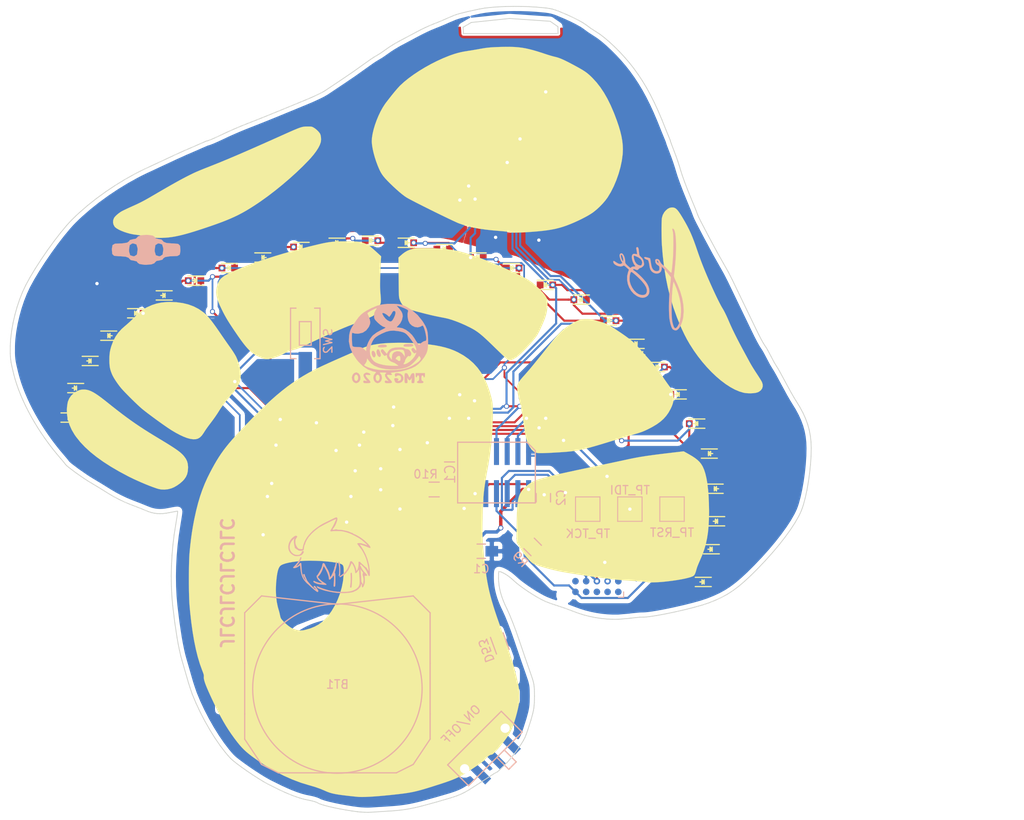
<source format=kicad_pcb>
(kicad_pcb (version 4) (host pcbnew 4.0.5+dfsg1-4)
  (layers (0 F.Cu signal) (31 B.Cu signal) (34 B.Paste user) (35 F.Paste user) (36 B.SilkS user) (37 F.SilkS user) (38 B.Mask user) (39 F.Mask user) (44 Edge.Cuts user))
  (net 0 "")
  (net 1 +BATT)
  (net 2 GND)
  (net 3 "Net-(D1-Pad2)")
  (net 4 "Net-(D1-Pad1)")
  (net 5 "Net-(D10-Pad1)")
  (net 6 "Net-(D10-Pad2)")
  (net 7 "Net-(D11-Pad2)")
  (net 8 "Net-(D12-Pad2)")
  (net 9 "Net-(D13-Pad2)")
  (net 10 "Net-(D14-Pad2)")
  (net 11 "Net-(BT1-Pad1)")
  (net 12 /RST)
  (net 13 /TCK)
  (net 14 /TDI)
  (net 15 /BTN)
  (net 16 "Net-(F1-Pad2)")
  (net 17 "Net-(J1-Pad1)")
  (net 18 "Net-(J1-Pad2)")
  (net 19 "Net-(J1-Pad3)")
  (net 20 "Net-(J1-Pad4)")
  (net 21 "Net-(J1-Pad6)")
  (net 22 "Net-(D53-Pad2)")
  (net 23 "Net-(SW1-Pad3)")
  (module vine_badge:F.Silk_g4506 (layer F.Cu) (at 140.51 94.04)
    (fp_text reference G*** hide)
    (fp_text value LOGO hide)
  )
  (module vine_badge:dousig10x10 (layer F.Cu) (at 146.1 98.03)
    (fp_text reference G*** hide)
    (fp_text value LOGO hide)
  )
  (module LEDs:LED_0603 (layer F.Cu) (at 141.252 98.39 225)
    (fp_text reference D13 (at 0 -1.5 225) (layer F.SilkS))
    (fp_text value LED hide)
    (pad 2 smd rect (at 0.7493 0 45) (size 0.79756 0.79756) (layers F.Cu F.Paste F.Mask) (net 9 "Net-(D13-Pad2)"))
    (pad 1 smd rect (at -0.7493 0 45) (size 0.79756 0.79756) (layers F.Cu F.Paste F.Mask) (net 8 "Net-(D12-Pad2)"))
  )
  (module LOGO (layer F.Cu) (at 213.36 100.66 270)
    (fp_text reference G*** hide)
    (fp_text value LOGO hide)
  )
  (module LEDs:LED_0603 (layer F.Cu) (at 126.52 96.104 90)
    (fp_text reference D1 (at 0 -1.5 90) (layer F.SilkS))
    (fp_text value LED hide)
    (pad 2 smd rect (at 0.7493 0 270) (size 0.79756 0.79756) (layers F.Cu F.Paste F.Mask) (net 3 "Net-(D1-Pad2)"))
    (pad 1 smd rect (at -0.7493 0 270) (size 0.79756 0.79756) (layers F.Cu F.Paste F.Mask) (net 4 "Net-(D1-Pad1)"))
  )
  (module LEDs:LED_0603 (layer F.Cu) (at 125.504 102.2 270)
    (fp_text reference D2 (at 0 -1.5 270) (layer F.SilkS))
    (fp_text value LED hide)
    (pad 2 smd rect (at 0.7493 0 90) (size 0.79756 0.79756) (layers F.Cu F.Paste F.Mask) (net 4 "Net-(D1-Pad1)"))
    (pad 1 smd rect (at -0.7493 0 90) (size 0.79756 0.79756) (layers F.Cu F.Paste F.Mask) (net 5 "Net-(D10-Pad1)"))
  )
  (module LEDs:LED_0603 (layer F.Cu) (at 124.488 108.296 270)
    (fp_text reference D3 (at 0 -1.5 270) (layer F.SilkS))
    (fp_text value LED hide)
    (pad 2 smd rect (at 0.7493 0 90) (size 0.79756 0.79756) (layers F.Cu F.Paste F.Mask) (net 5 "Net-(D10-Pad1)"))
    (pad 1 smd rect (at -0.7493 0 90) (size 0.79756 0.79756) (layers F.Cu F.Paste F.Mask) (net 6 "Net-(D10-Pad2)"))
  )
  (module LEDs:LED_0603 (layer F.Cu) (at 138.966 100.676 225)
    (fp_text reference D6 (at 0 -1.5 225) (layer F.SilkS))
    (fp_text value LED hide)
    (pad 2 smd rect (at 0.7493 0 45) (size 0.79756 0.79756) (layers F.Cu F.Paste F.Mask) (net 8 "Net-(D12-Pad2)"))
    (pad 1 smd rect (at -0.7493 0 45) (size 0.79756 0.79756) (layers F.Cu F.Paste F.Mask) (net 9 "Net-(D13-Pad2)"))
  )
  (module LEDs:LED_0603 (layer F.Cu) (at 138.966 104.232 135)
    (fp_text reference D7 (at 0 -1.5 135) (layer F.SilkS))
    (fp_text value LED hide)
    (pad 2 smd rect (at 0.7493 0 315) (size 0.79756 0.79756) (layers F.Cu F.Paste F.Mask) (net 9 "Net-(D13-Pad2)"))
    (pad 1 smd rect (at -0.7493 0 315) (size 0.79756 0.79756) (layers F.Cu F.Paste F.Mask) (net 10 "Net-(D14-Pad2)"))
  )
  (module LEDs:LED_0603 (layer F.Cu) (at 124.996 105.248 90)
    (fp_text reference D9 (at 0 -1.5 90) (layer F.SilkS))
    (fp_text value LED hide)
    (pad 2 smd rect (at 0.7493 0 270) (size 0.79756 0.79756) (layers F.Cu F.Paste F.Mask) (net 5 "Net-(D10-Pad1)"))
    (pad 1 smd rect (at -0.7493 0 270) (size 0.79756 0.79756) (layers F.Cu F.Paste F.Mask) (net 4 "Net-(D1-Pad1)"))
  )
  (module LEDs:LED_0603 (layer F.Cu) (at 136.426 96.104 270)
    (fp_text reference D10 (at 0 -1.5 270) (layer F.SilkS))
    (fp_text value LED hide)
    (pad 2 smd rect (at 0.7493 0 90) (size 0.79756 0.79756) (layers F.Cu F.Paste F.Mask) (net 6 "Net-(D10-Pad2)"))
    (pad 1 smd rect (at -0.7493 0 90) (size 0.79756 0.79756) (layers F.Cu F.Paste F.Mask) (net 5 "Net-(D10-Pad1)"))
  )
  (module LEDs:LED_0603 (layer F.Cu) (at 101.6 95.13)
    (fp_text reference D17 hide)
    (fp_text value LED hide)
    (pad 2 smd rect (at 0.7493 0 180) (size 0.79756 0.79756) (layers F.Cu F.Paste F.Mask) (net 4 "Net-(D1-Pad1)"))
    (pad 1 smd rect (at -0.7493 0 180) (size 0.79756 0.79756) (layers F.Cu F.Paste F.Mask) (net 6 "Net-(D10-Pad2)"))
  )
  (module LEDs:LED_0603 (layer F.Cu) (at 148.364 63.846 90)
    (fp_text reference D19 hide)
    (fp_text value LED hide)
    (pad 2 smd rect (at 0.7493 0 270) (size 0.79756 0.79756) (layers F.Cu F.Paste F.Mask) (net 5 "Net-(D10-Pad1)"))
    (pad 1 smd rect (at -0.7493 0 270) (size 0.79756 0.79756) (layers F.Cu F.Paste F.Mask) (net 7 "Net-(D11-Pad2)"))
  )
  (module LEDs:LED_0603 (layer F.Cu) (at 148.872 66.894 90)
    (fp_text reference D20 hide)
    (fp_text value LED hide)
    (pad 2 smd rect (at 0.7493 0 270) (size 0.79756 0.79756) (layers F.Cu F.Paste F.Mask) (net 7 "Net-(D11-Pad2)"))
    (pad 1 smd rect (at -0.7493 0 270) (size 0.79756 0.79756) (layers F.Cu F.Paste F.Mask) (net 5 "Net-(D10-Pad1)"))
  )
  (module LEDs:LED_0603 (layer F.Cu) (at 133.1 74.38 180)
    (fp_text reference D25 hide)
    (fp_text value LED hide)
    (pad 2 smd rect (at 0.7493 0) (size 0.79756 0.79756) (layers F.Cu F.Paste F.Mask) (net 4 "Net-(D1-Pad1)"))
    (pad 1 smd rect (at -0.7493 0) (size 0.79756 0.79756) (layers F.Cu F.Paste F.Mask) (net 7 "Net-(D11-Pad2)"))
  )
  (module LEDs:LED_0603 (layer F.Cu) (at 149.634 69.942 90)
    (fp_text reference D26 hide)
    (fp_text value LED hide)
    (pad 2 smd rect (at 0.7493 0 270) (size 0.79756 0.79756) (layers F.Cu F.Paste F.Mask) (net 7 "Net-(D11-Pad2)"))
    (pad 1 smd rect (at -0.7493 0 270) (size 0.79756 0.79756) (layers F.Cu F.Paste F.Mask) (net 9 "Net-(D13-Pad2)"))
  )
  (module LEDs:LED_0603 (layer F.Cu) (at 109.5 82.75)
    (fp_text reference D29 hide)
    (fp_text value LED hide)
    (pad 2 smd rect (at 0.7493 0 180) (size 0.79756 0.79756) (layers F.Cu F.Paste F.Mask) (net 5 "Net-(D10-Pad1)"))
    (pad 1 smd rect (at -0.7493 0 180) (size 0.79756 0.79756) (layers F.Cu F.Paste F.Mask) (net 8 "Net-(D12-Pad2)"))
  )
  (module LEDs:LED_0603 (layer F.Cu) (at 112.6 80.63 180)
    (fp_text reference D30 hide)
    (fp_text value LED hide)
    (pad 2 smd rect (at 0.7493 0) (size 0.79756 0.79756) (layers F.Cu F.Paste F.Mask) (net 8 "Net-(D12-Pad2)"))
    (pad 1 smd rect (at -0.7493 0) (size 0.79756 0.79756) (layers F.Cu F.Paste F.Mask) (net 10 "Net-(D14-Pad2)"))
  )
  (module LEDs:LED_0603 (layer F.Cu) (at 116.35 78.88 180)
    (fp_text reference D31 hide)
    (fp_text value LED hide)
    (pad 2 smd rect (at 0.7493 0) (size 0.79756 0.79756) (layers F.Cu F.Paste F.Mask) (net 8 "Net-(D12-Pad2)"))
    (pad 1 smd rect (at -0.7493 0) (size 0.79756 0.79756) (layers F.Cu F.Paste F.Mask) (net 5 "Net-(D10-Pad1)"))
  )
  (module LEDs:LED_0603 (layer F.Cu) (at 120.35 77.38 180)
    (fp_text reference D32 hide)
    (fp_text value LED hide)
    (pad 2 smd rect (at 0.7493 0) (size 0.79756 0.79756) (layers F.Cu F.Paste F.Mask) (net 10 "Net-(D14-Pad2)"))
    (pad 1 smd rect (at -0.7493 0) (size 0.79756 0.79756) (layers F.Cu F.Paste F.Mask) (net 8 "Net-(D12-Pad2)"))
  )
  (module LEDs:LED_0603 (layer F.Cu) (at 156.492 58.512 270)
    (fp_text reference D33 hide)
    (fp_text value LED hide)
    (pad 2 smd rect (at 0.7493 0 90) (size 0.79756 0.79756) (layers F.Cu F.Paste F.Mask) (net 6 "Net-(D10-Pad2)"))
    (pad 1 smd rect (at -0.7493 0 90) (size 0.79756 0.79756) (layers F.Cu F.Paste F.Mask) (net 9 "Net-(D13-Pad2)"))
  )
  (module LEDs:LED_0603 (layer F.Cu) (at 149.8507 76.13 180)
    (fp_text reference D36 (at 0 -1.5 180) (layer F.SilkS))
    (fp_text value LED hide)
    (pad 2 smd rect (at 0.7493 0) (size 0.79756 0.79756) (layers F.Cu F.Paste F.Mask) (net 7 "Net-(D11-Pad2)"))
    (pad 1 smd rect (at -0.7493 0) (size 0.79756 0.79756) (layers F.Cu F.Paste F.Mask) (net 10 "Net-(D14-Pad2)"))
  )
  (module LEDs:LED_0603 (layer F.Cu) (at 154.1 77.38)
    (fp_text reference D38 hide)
    (fp_text value LED hide)
    (pad 2 smd rect (at 0.7493 0 180) (size 0.79756 0.79756) (layers F.Cu F.Paste F.Mask) (net 10 "Net-(D14-Pad2)"))
    (pad 1 smd rect (at -0.7493 0 180) (size 0.79756 0.79756) (layers F.Cu F.Paste F.Mask) (net 7 "Net-(D11-Pad2)"))
  )
  (module LEDs:LED_0603 (layer F.Cu) (at 124.5993 76.13)
    (fp_text reference D39 hide)
    (fp_text value LED hide)
    (pad 2 smd rect (at 0.7493 0 180) (size 0.79756 0.79756) (layers F.Cu F.Paste F.Mask) (net 4 "Net-(D1-Pad1)"))
    (pad 1 smd rect (at -0.7493 0 180) (size 0.79756 0.79756) (layers F.Cu F.Paste F.Mask) (net 8 "Net-(D12-Pad2)"))
  )
  (module LEDs:LED_0603 (layer F.Cu) (at 162.1007 81.13 180)
    (fp_text reference D42 hide)
    (fp_text value LED hide)
    (pad 2 smd rect (at 0.7493 0) (size 0.79756 0.79756) (layers F.Cu F.Paste F.Mask) (net 9 "Net-(D13-Pad2)"))
    (pad 1 smd rect (at -0.7493 0) (size 0.79756 0.79756) (layers F.Cu F.Paste F.Mask) (net 5 "Net-(D10-Pad1)"))
  )
  (module LEDs:LED_0603 (layer F.Cu) (at 177.574 99.406)
    (fp_text reference D45 hide)
    (fp_text value LED hide)
    (pad 2 smd rect (at 0.7493 0 180) (size 0.79756 0.79756) (layers F.Cu F.Paste F.Mask) (net 3 "Net-(D1-Pad2)"))
    (pad 1 smd rect (at -0.7493 0 180) (size 0.79756 0.79756) (layers F.Cu F.Paste F.Mask) (net 8 "Net-(D12-Pad2)"))
  )
  (module LEDs:LED_0603 (layer F.Cu) (at 175.796 95.85 180)
    (fp_text reference D46 hide)
    (fp_text value LED hide)
    (pad 2 smd rect (at 0.7493 0) (size 0.79756 0.79756) (layers F.Cu F.Paste F.Mask) (net 8 "Net-(D12-Pad2)"))
    (pad 1 smd rect (at -0.7493 0) (size 0.79756 0.79756) (layers F.Cu F.Paste F.Mask) (net 3 "Net-(D1-Pad2)"))
  )
  (module LEDs:LED_0603 (layer F.Cu) (at 178.27 103.58)
    (fp_text reference D51 hide)
    (fp_text value LED hide)
    (pad 2 smd rect (at 0.7493 0 180) (size 0.79756 0.79756) (layers F.Cu F.Paste F.Mask) (net 3 "Net-(D1-Pad2)"))
    (pad 1 smd rect (at -0.7493 0 180) (size 0.79756 0.79756) (layers F.Cu F.Paste F.Mask) (net 9 "Net-(D13-Pad2)"))
  )
  (module Fuse_Holders_and_Fuses:Fuse_SMD1206_Reflow (layer B.Cu) (at 153.416 127 270)
    (fp_text reference F1 hide)
    (fp_text value Fuse hide)
    (pad 1 smd rect (at -1.20396 0 180) (size 2.02946 1.14046) (layers B.Cu B.Paste B.Mask) (net 22 "Net-(D53-Pad2)"))
    (pad 2 smd rect (at 1.20396 0 180) (size 2.02946 1.14046) (layers B.Cu B.Paste B.Mask) (net 16 "Net-(F1-Pad2)"))
  )
  (module LEDs:LED_0603 (layer F.Cu) (at 135.41 102.2 90)
    (fp_text reference D4 (at 0 -1.5 90) (layer F.SilkS))
    (fp_text value LED hide)
    (pad 2 smd rect (at 0.7493 0 270) (size 0.79756 0.79756) (layers F.Cu F.Paste F.Mask) (net 6 "Net-(D10-Pad2)"))
    (pad 1 smd rect (at -0.7493 0 270) (size 0.79756 0.79756) (layers F.Cu F.Paste F.Mask) (net 7 "Net-(D11-Pad2)"))
  )
  (module LEDs:LED_0603 (layer F.Cu) (at 134.902 105.248 90)
    (fp_text reference D5 (at 0 -1.5 90) (layer F.SilkS))
    (fp_text value LED hide)
    (pad 2 smd rect (at 0.7493 0 270) (size 0.79756 0.79756) (layers F.Cu F.Paste F.Mask) (net 7 "Net-(D11-Pad2)"))
    (pad 1 smd rect (at -0.7493 0 270) (size 0.79756 0.79756) (layers F.Cu F.Paste F.Mask) (net 8 "Net-(D12-Pad2)"))
  )
  (module LEDs:LED_0603 (layer F.Cu) (at 126.012 99.152 90)
    (fp_text reference D8 (at 0 -1.5 90) (layer F.SilkS))
    (fp_text value LED hide)
    (pad 2 smd rect (at 0.7493 0 270) (size 0.79756 0.79756) (layers F.Cu F.Paste F.Mask) (net 4 "Net-(D1-Pad1)"))
    (pad 1 smd rect (at -0.7493 0 270) (size 0.79756 0.79756) (layers F.Cu F.Paste F.Mask) (net 3 "Net-(D1-Pad2)"))
  )
  (module LEDs:LED_0603 (layer F.Cu) (at 135.918 99.152 90)
    (fp_text reference D11 (at 0 -1.5 90) (layer F.SilkS))
    (fp_text value LED hide)
    (pad 2 smd rect (at 0.7493 0 270) (size 0.79756 0.79756) (layers F.Cu F.Paste F.Mask) (net 7 "Net-(D11-Pad2)"))
    (pad 1 smd rect (at -0.7493 0 270) (size 0.79756 0.79756) (layers F.Cu F.Paste F.Mask) (net 6 "Net-(D10-Pad2)"))
  )
  (module LEDs:LED_0603 (layer F.Cu) (at 134.394 108.296 90)
    (fp_text reference D12 (at 0 -1.5 90) (layer F.SilkS))
    (fp_text value LED hide)
    (pad 2 smd rect (at 0.7493 0 270) (size 0.79756 0.79756) (layers F.Cu F.Paste F.Mask) (net 8 "Net-(D12-Pad2)"))
    (pad 1 smd rect (at -0.7493 0 270) (size 0.79756 0.79756) (layers F.Cu F.Paste F.Mask) (net 7 "Net-(D11-Pad2)"))
  )
  (module LEDs:LED_0603 (layer F.Cu) (at 141.252 106.518 135)
    (fp_text reference D14 (at 0 -1.5 135) (layer F.SilkS))
    (fp_text value LED hide)
    (pad 2 smd rect (at 0.7493 0 315) (size 0.79756 0.79756) (layers F.Cu F.Paste F.Mask) (net 10 "Net-(D14-Pad2)"))
    (pad 1 smd rect (at -0.7493 0 315) (size 0.79756 0.79756) (layers F.Cu F.Paste F.Mask) (net 9 "Net-(D13-Pad2)"))
  )
  (module LEDs:LED_0603 (layer F.Cu) (at 147.348 57.75 90)
    (fp_text reference D15 hide)
    (fp_text value LED hide)
    (pad 2 smd rect (at 0.7493 0 270) (size 0.79756 0.79756) (layers F.Cu F.Paste F.Mask) (net 3 "Net-(D1-Pad2)"))
    (pad 1 smd rect (at -0.7493 0 270) (size 0.79756 0.79756) (layers F.Cu F.Paste F.Mask) (net 5 "Net-(D10-Pad1)"))
  )
  (module LEDs:LED_0603 (layer F.Cu) (at 147.856 60.798 90)
    (fp_text reference D16 hide)
    (fp_text value LED hide)
    (pad 2 smd rect (at 0.7493 0 270) (size 0.79756 0.79756) (layers F.Cu F.Paste F.Mask) (net 5 "Net-(D10-Pad1)"))
    (pad 1 smd rect (at -0.7493 0 270) (size 0.79756 0.79756) (layers F.Cu F.Paste F.Mask) (net 3 "Net-(D1-Pad2)"))
  )
  (module LEDs:LED_0603 (layer F.Cu) (at 102.1 91.63 180)
    (fp_text reference D18 hide)
    (fp_text value LED hide)
    (pad 2 smd rect (at 0.7493 0) (size 0.79756 0.79756) (layers F.Cu F.Paste F.Mask) (net 6 "Net-(D10-Pad2)"))
    (pad 1 smd rect (at -0.7493 0) (size 0.79756 0.79756) (layers F.Cu F.Paste F.Mask) (net 4 "Net-(D1-Pad1)"))
  )
  (module LEDs:LED_0603 (layer F.Cu) (at 153.444 64.1 270)
    (fp_text reference D21 hide)
    (fp_text value LED hide)
    (pad 2 smd rect (at 0.7493 0 90) (size 0.79756 0.79756) (layers F.Cu F.Paste F.Mask) (net 3 "Net-(D1-Pad2)"))
    (pad 1 smd rect (at -0.7493 0 90) (size 0.79756 0.79756) (layers F.Cu F.Paste F.Mask) (net 6 "Net-(D10-Pad2)"))
  )
  (module LEDs:LED_0603 (layer F.Cu) (at 103.820165 88.409835 180)
    (fp_text reference D22 hide)
    (fp_text value LED hide)
    (pad 2 smd rect (at 0.7493 0) (size 0.79756 0.79756) (layers F.Cu F.Paste F.Mask) (net 6 "Net-(D10-Pad2)"))
    (pad 1 smd rect (at -0.7493 0) (size 0.79756 0.79756) (layers F.Cu F.Paste F.Mask) (net 8 "Net-(D12-Pad2)"))
  )
  (module LEDs:LED_0603 (layer F.Cu) (at 154.968 61.306 270)
    (fp_text reference D23 hide)
    (fp_text value LED hide)
    (pad 2 smd rect (at 0.7493 0 90) (size 0.79756 0.79756) (layers F.Cu F.Paste F.Mask) (net 6 "Net-(D10-Pad2)"))
    (pad 1 smd rect (at -0.7493 0 90) (size 0.79756 0.79756) (layers F.Cu F.Paste F.Mask) (net 3 "Net-(D1-Pad2)"))
  )
  (module LEDs:LED_0603 (layer F.Cu) (at 106.320165 85.409835)
    (fp_text reference D24 hide)
    (fp_text value LED hide)
    (pad 2 smd rect (at 0.7493 0 180) (size 0.79756 0.79756) (layers F.Cu F.Paste F.Mask) (net 8 "Net-(D12-Pad2)"))
    (pad 1 smd rect (at -0.7493 0 180) (size 0.79756 0.79756) (layers F.Cu F.Paste F.Mask) (net 6 "Net-(D10-Pad2)"))
  )
  (module LEDs:LED_0603 (layer F.Cu) (at 137.3493 74.13)
    (fp_text reference D27 hide)
    (fp_text value LED hide)
    (pad 2 smd rect (at 0.7493 0 180) (size 0.79756 0.79756) (layers F.Cu F.Paste F.Mask) (net 7 "Net-(D11-Pad2)"))
    (pad 1 smd rect (at -0.7493 0 180) (size 0.79756 0.79756) (layers F.Cu F.Paste F.Mask) (net 4 "Net-(D1-Pad1)"))
  )
  (module LEDs:LED_0603 (layer F.Cu) (at 151.666 66.894 270)
    (fp_text reference D28 hide)
    (fp_text value LED hide)
    (pad 2 smd rect (at 0.7493 0 90) (size 0.79756 0.79756) (layers F.Cu F.Paste F.Mask) (net 9 "Net-(D13-Pad2)"))
    (pad 1 smd rect (at -0.7493 0 90) (size 0.79756 0.79756) (layers F.Cu F.Paste F.Mask) (net 7 "Net-(D11-Pad2)"))
  )
  (module LEDs:LED_0603 (layer F.Cu) (at 158.016 55.718 270)
    (fp_text reference D34 hide)
    (fp_text value LED hide)
    (pad 2 smd rect (at 0.7493 0 90) (size 0.79756 0.79756) (layers F.Cu F.Paste F.Mask) (net 9 "Net-(D13-Pad2)"))
    (pad 1 smd rect (at -0.7493 0 90) (size 0.79756 0.79756) (layers F.Cu F.Paste F.Mask) (net 6 "Net-(D10-Pad2)"))
  )
  (module LEDs:LED_0603 (layer F.Cu) (at 141.6 74.38)
    (fp_text reference D35 hide)
    (fp_text value LED hide)
    (pad 2 smd rect (at 0.7493 0 180) (size 0.79756 0.79756) (layers F.Cu F.Paste F.Mask) (net 3 "Net-(D1-Pad2)"))
    (pad 1 smd rect (at -0.7493 0 180) (size 0.79756 0.79756) (layers F.Cu F.Paste F.Mask) (net 7 "Net-(D11-Pad2)"))
  )
  (module LEDs:LED_0603 (layer F.Cu) (at 145.8507 75.13 180)
    (fp_text reference D37 (at 0 -1.5 180) (layer F.SilkS))
    (fp_text value LED hide)
    (pad 2 smd rect (at 0.7493 0) (size 0.79756 0.79756) (layers F.Cu F.Paste F.Mask) (net 7 "Net-(D11-Pad2)"))
    (pad 1 smd rect (at -0.7493 0) (size 0.79756 0.79756) (layers F.Cu F.Paste F.Mask) (net 3 "Net-(D1-Pad2)"))
  )
  (module LEDs:LED_0603 (layer F.Cu) (at 128.8493 74.88 180)
    (fp_text reference D40 hide)
    (fp_text value LED hide)
    (pad 2 smd rect (at 0.7493 0) (size 0.79756 0.79756) (layers F.Cu F.Paste F.Mask) (net 8 "Net-(D12-Pad2)"))
    (pad 1 smd rect (at -0.7493 0) (size 0.79756 0.79756) (layers F.Cu F.Paste F.Mask) (net 4 "Net-(D1-Pad1)"))
  )
  (module LEDs:LED_0603 (layer F.Cu) (at 158.1 79.38)
    (fp_text reference D41 hide)
    (fp_text value LED hide)
    (pad 2 smd rect (at 0.7493 0 180) (size 0.79756 0.79756) (layers F.Cu F.Paste F.Mask) (net 5 "Net-(D10-Pad1)"))
    (pad 1 smd rect (at -0.7493 0 180) (size 0.79756 0.79756) (layers F.Cu F.Paste F.Mask) (net 9 "Net-(D13-Pad2)"))
  )
  (module LEDs:LED_0603 (layer F.Cu) (at 165.6 83.63)
    (fp_text reference D43 hide)
    (fp_text value LED hide)
    (pad 2 smd rect (at 0.7493 0 180) (size 0.79756 0.79756) (layers F.Cu F.Paste F.Mask) (net 6 "Net-(D10-Pad2)"))
    (pad 1 smd rect (at -0.7493 0 180) (size 0.79756 0.79756) (layers F.Cu F.Paste F.Mask) (net 10 "Net-(D14-Pad2)"))
  )
  (module LEDs:LED_0603 (layer F.Cu) (at 168.6 86.38 180)
    (fp_text reference D44 (at 0 -1.5 180) (layer F.SilkS))
    (fp_text value LED hide)
    (pad 2 smd rect (at 0.7493 0) (size 0.79756 0.79756) (layers F.Cu F.Paste F.Mask) (net 10 "Net-(D14-Pad2)"))
    (pad 1 smd rect (at -0.7493 0) (size 0.79756 0.79756) (layers F.Cu F.Paste F.Mask) (net 6 "Net-(D10-Pad2)"))
  )
  (module LEDs:LED_0603 (layer F.Cu) (at 171.35 89.13)
    (fp_text reference D47 hide)
    (fp_text value LED hide)
    (pad 2 smd rect (at 0.7493 0 180) (size 0.79756 0.79756) (layers F.Cu F.Paste F.Mask) (net 3 "Net-(D1-Pad2)"))
    (pad 1 smd rect (at -0.7493 0 180) (size 0.79756 0.79756) (layers F.Cu F.Paste F.Mask) (net 9 "Net-(D13-Pad2)"))
  )
  (module LEDs:LED_0603 (layer F.Cu) (at 173.6 92.38 180)
    (fp_text reference D48 hide)
    (fp_text value LED hide)
    (pad 2 smd rect (at 0.7493 0) (size 0.79756 0.79756) (layers F.Cu F.Paste F.Mask) (net 9 "Net-(D13-Pad2)"))
    (pad 1 smd rect (at -0.7493 0) (size 0.79756 0.79756) (layers F.Cu F.Paste F.Mask) (net 3 "Net-(D1-Pad2)"))
  )
  (module LEDs:LED_0603 (layer F.Cu) (at 176.558 114.646 180)
    (fp_text reference D49 hide)
    (fp_text value LED hide)
    (pad 2 smd rect (at 0.7493 0) (size 0.79756 0.79756) (layers F.Cu F.Paste F.Mask) (net 5 "Net-(D10-Pad1)"))
    (pad 1 smd rect (at -0.7493 0) (size 0.79756 0.79756) (layers F.Cu F.Paste F.Mask) (net 10 "Net-(D14-Pad2)"))
  )
  (module LEDs:LED_0603 (layer F.Cu) (at 177.51 110.76 180)
    (fp_text reference D50 hide)
    (fp_text value LED hide)
    (pad 2 smd rect (at 0.7493 0) (size 0.79756 0.79756) (layers F.Cu F.Paste F.Mask) (net 5 "Net-(D10-Pad1)"))
    (pad 1 smd rect (at -0.7493 0) (size 0.79756 0.79756) (layers F.Cu F.Paste F.Mask) (net 10 "Net-(D14-Pad2)"))
  )
  (module LEDs:LED_0603 (layer F.Cu) (at 178.15 107.44 180)
    (fp_text reference D52 hide)
    (fp_text value LED hide)
    (pad 2 smd rect (at 0.7493 0) (size 0.79756 0.79756) (layers F.Cu F.Paste F.Mask) (net 9 "Net-(D13-Pad2)"))
    (pad 1 smd rect (at -0.7493 0) (size 0.79756 0.79756) (layers F.Cu F.Paste F.Mask) (net 3 "Net-(D1-Pad2)"))
  )
  (module vine_badge:dousig10x10 (layer B.Cu) (at 132.3594 111.4806 180)
    (fp_text reference G*** hide)
    (fp_text value LOGO hide)
  )
  (module vine_badge:jergesig10x10 (layer B.Cu) (at 170.43 78.61 180)
    (fp_text reference G*** hide)
    (fp_text value LOGO hide)
  )
  (module vine_badge:GRANTSIG10X10 (layer B.Cu) (at 110.61 75.22)
    (fp_text reference G*** hide)
    (fp_text value LOGO hide)
  )
  (module vine_badge:tmg2020 (layer B.Cu) (at 139.35 86.29 180)
    (fp_text reference G*** hide)
    (fp_text value LOGO hide)
  )
  (module Diodes_SMD:SOD-323_HandSoldering (layer B.Cu) (at 152.654 122.174 290)
    (fp_text reference D53 (at 0 1.85 290) (layer B.SilkS) (effects (justify mirror)))
    (fp_text value D_Schottky hide)
    (pad 1 smd rect (at -1.25 0 290) (size 1 1) (layers B.Cu B.Paste B.Mask) (net 1 +BATT))
    (pad 2 smd rect (at 1.25 0 290) (size 1 1) (layers B.Cu B.Paste B.Mask) (net 22 "Net-(D53-Pad2)"))
  )
  (module Capacitors_SMD:C_0805_HandSoldering (layer B.Cu) (at 150.368 110.998)
    (fp_text reference C1 (at 0 2.1) (layer B.SilkS) (effects (justify mirror)))
    (fp_text value 100nF hide)
    (pad 1 smd rect (at -1.25 0) (size 1.5 1.25) (layers B.Cu B.Paste B.Mask) (net 1 +BATT))
    (pad 2 smd rect (at 1.25 0) (size 1.5 1.25) (layers B.Cu B.Paste B.Mask) (net 2 GND))
  )
  (module Capacitors_SMD:C_0805_HandSoldering (layer B.Cu) (at 157.734 104.648 90)
    (fp_text reference C2 (at 0 2.1 90) (layer B.SilkS) (effects (justify mirror)))
    (fp_text value 1uF hide)
    (pad 1 smd rect (at -1.25 0 90) (size 1.5 1.25) (layers B.Cu B.Paste B.Mask) (net 1 +BATT))
    (pad 2 smd rect (at 1.25 0 90) (size 1.5 1.25) (layers B.Cu B.Paste B.Mask) (net 2 GND))
  )
  (module Resistors_SMD:R_0805_HandSoldering (layer B.Cu) (at 156.464 110.49 315)
    (fp_text reference R9 (at 0 2.1 315) (layer B.SilkS) (effects (justify mirror)))
    (fp_text value 1K hide)
    (pad 1 smd rect (at -1.35 0 315) (size 1.5 1.3) (layers B.Cu B.Paste B.Mask) (net 12 /RST))
    (pad 2 smd rect (at 1.35 0 315) (size 1.5 1.3) (layers B.Cu B.Paste B.Mask) (net 1 +BATT))
  )
  (module Resistors_SMD:R_0805_HandSoldering (layer B.Cu) (at 144.78 103.67 180)
    (fp_text reference R10 (at 1.016 1.816 180) (layer B.SilkS) (effects (justify mirror)))
    (fp_text value 1K hide)
    (pad 1 smd rect (at -1.35 0 180) (size 1.5 1.3) (layers B.Cu B.Paste B.Mask) (net 15 /BTN))
    (pad 2 smd rect (at 1.35 0 180) (size 1.5 1.3) (layers B.Cu B.Paste B.Mask) (net 1 +BATT))
  )
  (module VineBadge2020:COINCELL_20MM_HANDSOLDER (layer B.Cu) (at 133.2992 127.3048)
    (fp_text reference BT1 (at 0 -0.499999) (layer B.SilkS) (effects (justify mirror)))
    (fp_text value Battery_Cell hide)
    (pad 1 smd rect (at -12 0) (size 4 5.1) (layers B.Cu B.Paste B.Mask) (net 11 "Net-(BT1-Pad1)"))
    (pad 1 smd rect (at 12 0) (size 4 5.1) (layers B.Cu B.Paste B.Mask) (net 11 "Net-(BT1-Pad1)"))
    (pad 2 smd circle (at 0 0) (size 16.5 16.5) (layers B.Cu B.Paste B.Mask) (net 2 GND))
  )
  (module VineBadge2020:ATTINY20_SOIC-14-HANDSOLDER (layer B.Cu) (at 152.174 101.66 180)
    (fp_text reference IC1 (at 5.514 0.09 450) (layer B.SilkS) (effects (font (size 1.2 1.2)) (justify mirror)))
    (fp_text value ATTINY20-X hide)
    (pad 14 smd rect (at -3.81 2.5 180) (size 0.6 3.2) (layers B.Cu B.Paste B.Mask) (net 2 GND))
    (pad 1 smd rect (at -3.81 -2.5 180) (size 0.6 3.2) (layers B.Cu B.Paste B.Mask) (net 1 +BATT))
    (pad 13 smd rect (at -2.54 2.5 180) (size 0.6 3.2) (layers B.Cu B.Paste B.Mask) (net 3 "Net-(D1-Pad2)"))
    (pad 2 smd rect (at -2.54 -2.5 180) (size 0.6 3.2) (layers B.Cu B.Paste B.Mask) (net 13 /TCK))
    (pad 12 smd rect (at -1.27 2.5 180) (size 0.6 3.2) (layers B.Cu B.Paste B.Mask) (net 4 "Net-(D1-Pad1)"))
    (pad 3 smd rect (at -1.27 -2.5 180) (size 0.6 3.2) (layers B.Cu B.Paste B.Mask) (net 14 /TDI))
    (pad 11 smd rect (at 0 2.5 180) (size 0.6 3.2) (layers B.Cu B.Paste B.Mask) (net 5 "Net-(D10-Pad1)"))
    (pad 4 smd rect (at 0 -2.5 180) (size 0.6 3.2) (layers B.Cu B.Paste B.Mask) (net 12 /RST))
    (pad 10 smd rect (at 1.27 2.5 180) (size 0.6 3.2) (layers B.Cu B.Paste B.Mask) (net 6 "Net-(D10-Pad2)"))
    (pad 5 smd rect (at 1.27 -2.5 180) (size 0.6 3.2) (layers B.Cu B.Paste B.Mask) (net 15 /BTN))
    (pad 9 smd rect (at 2.54 2.5 180) (size 0.6 3.2) (layers B.Cu B.Paste B.Mask) (net 7 "Net-(D11-Pad2)"))
    (pad 6 smd rect (at 2.54 -2.5 180) (size 0.6 3.2) (layers B.Cu B.Paste B.Mask) (net 10 "Net-(D14-Pad2)"))
    (pad 8 smd rect (at 3.81 2.5 180) (size 0.6 3.2) (layers B.Cu B.Paste B.Mask) (net 8 "Net-(D12-Pad2)"))
    (pad 7 smd rect (at 3.81 -2.5 180) (size 0.6 3.2) (layers B.Cu B.Paste B.Mask) (net 9 "Net-(D13-Pad2)"))
  )
  (module VineBadge2020:TC2050-All_Holes (layer B.Cu) (at 164.084 115.189 180)
    (fp_text reference J1 hide)
    (fp_text value CONN-TAGCONNECT-TC2050 hide)
    (pad "" np_thru_hole circle (at 3.81 1.016 180) (size 0.9906 0.9906) (drill 0.9906) (layers *.Cu *.Mask))
    (pad "" np_thru_hole circle (at 3.81 -1.016 180) (size 0.9906 0.9906) (drill 0.9906) (layers *.Cu *.Mask))
    (pad "" np_thru_hole circle (at -3.81 0 180) (size 0.9906 0.9906) (drill 0.9906) (layers *.Cu *.Mask))
    (pad 1 connect circle (at -2.54 -0.635 180) (size 0.7874 0.7874) (layers B.Cu B.Mask) (net 17 "Net-(J1-Pad1)"))
    (pad 2 connect circle (at -1.27 -0.635 180) (size 0.7874 0.7874) (layers B.Cu B.Mask) (net 18 "Net-(J1-Pad2)"))
    (pad 3 connect circle (at 0 -0.635 180) (size 0.7874 0.7874) (layers B.Cu B.Mask) (net 19 "Net-(J1-Pad3)"))
    (pad 4 connect circle (at 1.27 -0.635 180) (size 0.7874 0.7874) (layers B.Cu B.Mask) (net 20 "Net-(J1-Pad4)"))
    (pad 5 connect circle (at 2.54 -0.635 180) (size 0.7874 0.7874) (layers B.Cu B.Mask) (net 12 /RST))
    (pad 6 connect circle (at 2.54 0.635 180) (size 0.7874 0.7874) (layers B.Cu B.Mask) (net 21 "Net-(J1-Pad6)"))
    (pad 7 connect circle (at 1.27 0.635 180) (size 0.7874 0.7874) (layers B.Cu B.Mask) (net 1 +BATT))
    (pad 8 connect circle (at 0 0.635 180) (size 0.7874 0.7874) (layers B.Cu B.Mask) (net 14 /TDI))
    (pad 9 connect circle (at -1.27 0.635 180) (size 0.7874 0.7874) (layers B.Cu B.Mask) (net 2 GND))
    (pad 10 connect circle (at -2.54 0.635 180) (size 0.7874 0.7874) (layers B.Cu B.Mask) (net 13 /TCK))
  )
  (module VineBadge2020:SW_SPST_EVQPE1_Handsolder (layer B.Cu) (at 129.4892 85.1408 90)
    (fp_text reference SW2 (at -0.9 2.7 90) (layer B.SilkS) (effects (justify mirror)))
    (fp_text value SW_Push)
    (pad 2 smd rect (at 4.2 0 90) (size 4 1.6) (layers B.Cu B.Paste B.Mask) (net 2 GND))
    (pad 1 smd rect (at -4.2 0 90) (size 4 1.6) (layers B.Cu B.Paste B.Mask) (net 15 /BTN))
  )
  (module VineBadge2020:TestPoint_Pad_2.5x2.5mm (layer B.Cu) (at 163 106)
    (fp_text reference TEST1 hide)
    (fp_text value TP_TCK (at 0.0172 2.9152) (layer B.SilkS) (effects (justify mirror)))
    (pad 1 smd rect (at 0 0) (size 2.5 2.5) (layers B.Cu B.Mask) (net 13 /TCK))
  )
  (module VineBadge2020:TestPoint_Pad_2.5x2.5mm (layer B.Cu) (at 168 106)
    (fp_text reference TEST2 hide)
    (fp_text value TP_TDI (at 0 -2.25) (layer B.SilkS) (effects (justify mirror)))
    (pad 1 smd rect (at 0 0) (size 2.5 2.5) (layers B.Cu B.Mask) (net 14 /TDI))
  )
  (module VineBadge2020:TestPoint_Pad_2.5x2.5mm (layer B.Cu) (at 173 106)
    (fp_text reference TEST3 hide)
    (fp_text value TP_RST (at -0.0006 2.7882) (layer B.SilkS) (effects (justify mirror)))
    (pad 1 smd rect (at 0 0) (size 2.5 2.5) (layers B.Cu B.Mask) (net 12 /RST))
  )
  (module VineBadge2020:JS202011JAQN-Handsolder (layer B.Cu) (at 150.7998 134.4168 225)
    (fp_text reference ON/OFF (at 0 4.023155 225) (layer B.SilkS) (effects (justify mirror)))
    (fp_text value SW_SPDT hide)
    (pad 1 smd rect (at -2.5 1.8 225) (size 1 2.5) (layers B.Cu B.Paste B.Mask) (net 16 "Net-(F1-Pad2)") (clearance 0.01))
    (pad 2 smd rect (at 0 1.8 225) (size 1 2.5) (layers B.Cu B.Paste B.Mask) (net 11 "Net-(BT1-Pad1)") (clearance 0.01))
    (pad 3 smd rect (at 2.5 1.8 225) (size 1 2.5) (layers B.Cu B.Paste B.Mask) (net 23 "Net-(SW1-Pad3)") (clearance 0.01))
    (pad 4 smd rect (at 2.5 -1.8 225) (size 1 2.5) (layers B.Cu B.Paste B.Mask) (clearance 0.01))
    (pad 5 smd rect (at 0 -1.8 225) (size 1 2.5) (layers B.Cu B.Paste B.Mask) (clearance 0.01))
    (pad 6 smd rect (at -2.5 -1.8 225) (size 1 2.5) (layers B.Cu B.Paste B.Mask) (clearance 0.01))
    (pad "" np_thru_hole circle (at 3.4 0 225) (size 1.1 1.1) (drill 1.1) (layers *.Cu *.Mask) (clearance 0.01))
    (pad "" np_thru_hole circle (at -3.4 0 225) (size 1.1 1.1) (drill 1.1) (layers *.Cu *.Mask) (clearance 0.01))
  )
  (gr_text JLCJLCJLCJLC (at 120.17 114.76 270) (layer B.SilkS) (effects (font (size 1.5 1.5) (thickness 0.3)) (justify mirror)))
  (gr_line (start 135.672421 141.921116) (end 135.025389 141.832416) (layer Edge.Cuts) (width 0.1))
  (gr_line (start 135.025389 141.832416) (end 134.316972 141.718351) (layer Edge.Cuts) (width 0.1))
  (gr_line (start 134.316972 141.718351) (end 133.585642 141.585231) (layer Edge.Cuts) (width 0.1))
  (gr_line (start 133.585642 141.585231) (end 132.869876 141.439363) (layer Edge.Cuts) (width 0.1))
  (gr_line (start 132.869876 141.439363) (end 132.208147 141.287056) (layer Edge.Cuts) (width 0.1))
  (gr_line (start 132.208147 141.287056) (end 131.63893 141.134619) (layer Edge.Cuts) (width 0.1))
  (gr_line (start 131.63893 141.134619) (end 131.2007 140.98836) (layer Edge.Cuts) (width 0.1))
  (gr_line (start 131.2007 140.98836) (end 131.042728 140.91952) (layer Edge.Cuts) (width 0.1))
  (gr_line (start 131.042728 140.91952) (end 130.931931 140.85459) (layer Edge.Cuts) (width 0.1))
  (gr_line (start 130.931931 140.85459) (end 130.797893 140.79451) (layer Edge.Cuts) (width 0.1))
  (gr_line (start 130.797893 140.79451) (end 130.553602 140.71216) (layer Edge.Cuts) (width 0.1))
  (gr_line (start 130.553602 140.71216) (end 130.267718 140.63132) (layer Edge.Cuts) (width 0.1))
  (gr_line (start 130.267718 140.63132) (end 130.008901 140.57576) (layer Edge.Cuts) (width 0.1))
  (gr_line (start 130.008901 140.57576) (end 129.460359 140.467654) (layer Edge.Cuts) (width 0.1))
  (gr_line (start 129.460359 140.467654) (end 128.893379 140.31519) (layer Edge.Cuts) (width 0.1))
  (gr_line (start 128.893379 140.31519) (end 128.306935 140.121361) (layer Edge.Cuts) (width 0.1))
  (gr_line (start 128.306935 140.121361) (end 127.699998 139.889158) (layer Edge.Cuts) (width 0.1))
  (gr_line (start 127.699998 139.889158) (end 127.071541 139.621573) (layer Edge.Cuts) (width 0.1))
  (gr_line (start 127.071541 139.621573) (end 126.420536 139.321599) (layer Edge.Cuts) (width 0.1))
  (gr_line (start 126.420536 139.321599) (end 125.046771 138.636449) (layer Edge.Cuts) (width 0.1))
  (gr_line (start 125.046771 138.636449) (end 124.535018 138.351508) (layer Edge.Cuts) (width 0.1))
  (gr_line (start 124.535018 138.351508) (end 123.927302 137.981001) (layer Edge.Cuts) (width 0.1))
  (gr_line (start 123.927302 137.981001) (end 123.265558 137.55384) (layer Edge.Cuts) (width 0.1))
  (gr_line (start 123.265558 137.55384) (end 122.591723 137.09894) (layer Edge.Cuts) (width 0.1))
  (gr_line (start 122.591723 137.09894) (end 121.947732 136.645214) (layer Edge.Cuts) (width 0.1))
  (gr_line (start 121.947732 136.645214) (end 121.375519 136.221576) (layer Edge.Cuts) (width 0.1))
  (gr_line (start 121.375519 136.221576) (end 120.91702 135.856941) (layer Edge.Cuts) (width 0.1))
  (gr_line (start 120.91702 135.856941) (end 120.614171 135.580221) (layer Edge.Cuts) (width 0.1))
  (gr_line (start 120.614171 135.580221) (end 120.315025 135.250531) (layer Edge.Cuts) (width 0.1))
  (gr_line (start 120.315025 135.250531) (end 120.010689 134.889147) (layer Edge.Cuts) (width 0.1))
  (gr_line (start 120.010689 134.889147) (end 119.392691 134.081774) (layer Edge.Cuts) (width 0.1))
  (gr_line (start 119.392691 134.081774) (end 118.772661 133.179057) (layer Edge.Cuts) (width 0.1))
  (gr_line (start 118.772661 133.179057) (end 118.163086 132.201953) (layer Edge.Cuts) (width 0.1))
  (gr_line (start 118.163086 132.201953) (end 117.576452 131.171416) (layer Edge.Cuts) (width 0.1))
  (gr_line (start 117.576452 131.171416) (end 117.025244 130.108403) (layer Edge.Cuts) (width 0.1))
  (gr_line (start 117.025244 130.108403) (end 116.521948 129.033869) (layer Edge.Cuts) (width 0.1))
  (gr_line (start 116.521948 129.033869) (end 116.079051 127.968769) (layer Edge.Cuts) (width 0.1))
  (gr_line (start 116.079051 127.968769) (end 115.813685 127.192023) (layer Edge.Cuts) (width 0.1))
  (gr_line (start 115.813685 127.192023) (end 115.637071 126.644247) (layer Edge.Cuts) (width 0.1))
  (gr_line (start 115.637071 126.644247) (end 114.851051 123.923258) (layer Edge.Cuts) (width 0.1))
  (gr_line (start 114.851051 123.923258) (end 114.704019 123.377545) (layer Edge.Cuts) (width 0.1))
  (gr_line (start 114.704019 123.377545) (end 114.557889 122.744575) (layer Edge.Cuts) (width 0.1))
  (gr_line (start 114.557889 122.744575) (end 114.413736 122.030713) (layer Edge.Cuts) (width 0.1))
  (gr_line (start 114.413736 122.030713) (end 114.272636 121.242323) (layer Edge.Cuts) (width 0.1))
  (gr_line (start 114.272636 121.242323) (end 114.003898 119.467422) (layer Edge.Cuts) (width 0.1))
  (gr_line (start 114.003898 119.467422) (end 113.760281 117.470788) (layer Edge.Cuts) (width 0.1))
  (gr_line (start 113.760281 117.470788) (end 113.659795 116.333215) (layer Edge.Cuts) (width 0.1))
  (gr_line (start 113.659795 116.333215) (end 113.601545 115.157308) (layer Edge.Cuts) (width 0.1))
  (gr_line (start 113.601545 115.157308) (end 113.585175 113.952798) (layer Edge.Cuts) (width 0.1))
  (gr_line (start 113.585175 113.952798) (end 113.610315 112.729414) (layer Edge.Cuts) (width 0.1))
  (gr_line (start 113.610315 112.729414) (end 113.676605 111.496888) (layer Edge.Cuts) (width 0.1))
  (gr_line (start 113.676605 111.496888) (end 113.783681 110.264951) (layer Edge.Cuts) (width 0.1))
  (gr_line (start 113.783681 110.264951) (end 113.931183 109.043333) (layer Edge.Cuts) (width 0.1))
  (gr_line (start 113.931183 109.043333) (end 114.118748 107.841764) (layer Edge.Cuts) (width 0.1))
  (gr_line (start 114.118748 107.841764) (end 114.297726 106.737864) (layer Edge.Cuts) (width 0.1))
  (gr_line (start 114.297726 106.737864) (end 114.343046 106.392933) (layer Edge.Cuts) (width 0.1))
  (gr_line (start 114.343046 106.392933) (end 114.348846 106.255418) (layer Edge.Cuts) (width 0.1))
  (gr_line (start 114.348846 106.255418) (end 114.258856 106.255552) (layer Edge.Cuts) (width 0.1))
  (gr_line (start 114.258856 106.255552) (end 114.043279 106.285392) (layer Edge.Cuts) (width 0.1))
  (gr_line (start 114.043279 106.285392) (end 113.364595 106.413471) (layer Edge.Cuts) (width 0.1))
  (gr_line (start 113.364595 106.413471) (end 112.974684 106.483811) (layer Edge.Cuts) (width 0.1))
  (gr_line (start 112.974684 106.483811) (end 112.605346 106.526181) (layer Edge.Cuts) (width 0.1))
  (gr_line (start 112.605346 106.526181) (end 112.252206 106.540211) (layer Edge.Cuts) (width 0.1))
  (gr_line (start 112.252206 106.540211) (end 111.910889 106.525511) (layer Edge.Cuts) (width 0.1))
  (gr_line (start 111.910889 106.525511) (end 111.577021 106.481711) (layer Edge.Cuts) (width 0.1))
  (gr_line (start 111.577021 106.481711) (end 111.246233 106.408421) (layer Edge.Cuts) (width 0.1))
  (gr_line (start 111.246233 106.408421) (end 110.914139 106.305276) (layer Edge.Cuts) (width 0.1))
  (gr_line (start 110.914139 106.305276) (end 110.576371 106.171894) (layer Edge.Cuts) (width 0.1))
  (gr_line (start 110.576371 106.171894) (end 109.765694 105.841926) (layer Edge.Cuts) (width 0.1))
  (gr_line (start 109.765694 105.841926) (end 108.675011 105.421578) (layer Edge.Cuts) (width 0.1))
  (gr_line (start 108.675011 105.421578) (end 108.077598 105.172283) (layer Edge.Cuts) (width 0.1))
  (gr_line (start 108.077598 105.172283) (end 107.404644 104.851816) (layer Edge.Cuts) (width 0.1))
  (gr_line (start 107.404644 104.851816) (end 106.738608 104.501489) (layer Edge.Cuts) (width 0.1))
  (gr_line (start 106.738608 104.501489) (end 106.161951 104.162614) (layer Edge.Cuts) (width 0.1))
  (gr_line (start 106.161951 104.162614) (end 105.038834 103.465196) (layer Edge.Cuts) (width 0.1))
  (gr_line (start 105.038834 103.465196) (end 104.055981 102.875691) (layer Edge.Cuts) (width 0.1))
  (gr_line (start 104.055981 102.875691) (end 103.661216 102.634428) (layer Edge.Cuts) (width 0.1))
  (gr_line (start 103.661216 102.634428) (end 103.207651 102.337949) (layer Edge.Cuts) (width 0.1))
  (gr_line (start 103.207651 102.337949) (end 102.25203 101.671891) (layer Edge.Cuts) (width 0.1))
  (gr_line (start 102.25203 101.671891) (end 101.444945 101.062609) (layer Edge.Cuts) (width 0.1))
  (gr_line (start 101.444945 101.062609) (end 101.177049 100.837102) (layer Edge.Cuts) (width 0.1))
  (gr_line (start 101.177049 100.837102) (end 101.042221 100.695199) (layer Edge.Cuts) (width 0.1))
  (gr_line (start 101.042221 100.695199) (end 100.838844 100.431968) (layer Edge.Cuts) (width 0.1))
  (gr_line (start 100.838844 100.431968) (end 100.480651 100.008812) (layer Edge.Cuts) (width 0.1))
  (gr_line (start 100.480651 100.008812) (end 99.980424 99.419472) (layer Edge.Cuts) (width 0.1))
  (gr_line (start 99.980424 99.419472) (end 99.495778 98.816786) (layer Edge.Cuts) (width 0.1))
  (gr_line (start 99.495778 98.816786) (end 99.027691 98.202512) (layer Edge.Cuts) (width 0.1))
  (gr_line (start 99.027691 98.202512) (end 98.577142 97.578411) (layer Edge.Cuts) (width 0.1))
  (gr_line (start 98.577142 97.578411) (end 98.145108 96.94624) (layer Edge.Cuts) (width 0.1))
  (gr_line (start 98.145108 96.94624) (end 97.732568 96.307759) (layer Edge.Cuts) (width 0.1))
  (gr_line (start 97.732568 96.307759) (end 97.340499 95.664727) (layer Edge.Cuts) (width 0.1))
  (gr_line (start 97.340499 95.664727) (end 96.96988 95.018902) (layer Edge.Cuts) (width 0.1))
  (gr_line (start 96.96988 95.018902) (end 96.621689 94.372045) (layer Edge.Cuts) (width 0.1))
  (gr_line (start 96.621689 94.372045) (end 96.296903 93.725913) (layer Edge.Cuts) (width 0.1))
  (gr_line (start 96.296903 93.725913) (end 95.996501 93.082265) (layer Edge.Cuts) (width 0.1))
  (gr_line (start 95.996501 93.082265) (end 95.721461 92.442861) (layer Edge.Cuts) (width 0.1))
  (gr_line (start 95.721461 92.442861) (end 95.472761 91.80946) (layer Edge.Cuts) (width 0.1))
  (gr_line (start 95.472761 91.80946) (end 95.251379 91.183821) (layer Edge.Cuts) (width 0.1))
  (gr_line (start 95.251379 91.183821) (end 95.058293 90.567702) (layer Edge.Cuts) (width 0.1))
  (gr_line (start 95.058293 90.567702) (end 94.894481 89.962863) (layer Edge.Cuts) (width 0.1))
  (gr_line (start 94.894481 89.962863) (end 94.664032 88.980819) (layer Edge.Cuts) (width 0.1))
  (gr_line (start 94.664032 88.980819) (end 94.588655 88.589558) (layer Edge.Cuts) (width 0.1))
  (gr_line (start 94.588655 88.589558) (end 94.535796 88.231601) (layer Edge.Cuts) (width 0.1))
  (gr_line (start 94.535796 88.231601) (end 94.50242 87.882044) (layer Edge.Cuts) (width 0.1))
  (gr_line (start 94.50242 87.882044) (end 94.485492 87.515985) (layer Edge.Cuts) (width 0.1))
  (gr_line (start 94.485492 87.515985) (end 94.488842 86.634746) (layer Edge.Cuts) (width 0.1))
  (gr_line (start 94.488842 86.634746) (end 94.50591 86.206974) (layer Edge.Cuts) (width 0.1))
  (gr_line (start 94.50591 86.206974) (end 94.538714 85.765193) (layer Edge.Cuts) (width 0.1))
  (gr_line (start 94.538714 85.765193) (end 94.649137 84.849041) (layer Edge.Cuts) (width 0.1))
  (gr_line (start 94.649137 84.849041) (end 94.815327 83.90517) (layer Edge.Cuts) (width 0.1))
  (gr_line (start 94.815327 83.90517) (end 95.032496 82.952456) (layer Edge.Cuts) (width 0.1))
  (gr_line (start 95.032496 82.952456) (end 95.295859 82.009779) (layer Edge.Cuts) (width 0.1))
  (gr_line (start 95.295859 82.009779) (end 95.600631 81.096017) (layer Edge.Cuts) (width 0.1))
  (gr_line (start 95.600631 81.096017) (end 95.942024 80.230049) (layer Edge.Cuts) (width 0.1))
  (gr_line (start 95.942024 80.230049) (end 96.315252 79.430753) (layer Edge.Cuts) (width 0.1))
  (gr_line (start 96.315252 79.430753) (end 96.833894 78.47928) (layer Edge.Cuts) (width 0.1))
  (gr_line (start 96.833894 78.47928) (end 97.459502 77.437775) (layer Edge.Cuts) (width 0.1))
  (gr_line (start 97.459502 77.437775) (end 98.162589 76.348061) (layer Edge.Cuts) (width 0.1))
  (gr_line (start 98.162589 76.348061) (end 98.913665 75.251963) (layer Edge.Cuts) (width 0.1))
  (gr_line (start 98.913665 75.251963) (end 99.683243 74.191303) (layer Edge.Cuts) (width 0.1))
  (gr_line (start 99.683243 74.191303) (end 100.441834 73.207905) (layer Edge.Cuts) (width 0.1))
  (gr_line (start 100.441834 73.207905) (end 101.15995 72.343594) (layer Edge.Cuts) (width 0.1))
  (gr_line (start 101.15995 72.343594) (end 101.494615 71.969165) (layer Edge.Cuts) (width 0.1))
  (gr_line (start 101.494615 71.969165) (end 101.808102 71.640192) (layer Edge.Cuts) (width 0.1))
  (gr_line (start 101.808102 71.640192) (end 102.240961 71.215205) (layer Edge.Cuts) (width 0.1))
  (gr_line (start 102.240961 71.215205) (end 102.696539 70.790775) (layer Edge.Cuts) (width 0.1))
  (gr_line (start 102.696539 70.790775) (end 103.66857 69.948664) (layer Edge.Cuts) (width 0.1))
  (gr_line (start 103.66857 69.948664) (end 104.709627 69.124019) (layer Edge.Cuts) (width 0.1))
  (gr_line (start 104.709627 69.124019) (end 105.805147 68.327) (layer Edge.Cuts) (width 0.1))
  (gr_line (start 105.805147 68.327) (end 106.940563 67.56777) (layer Edge.Cuts) (width 0.1))
  (gr_line (start 106.940563 67.56777) (end 108.10131 66.856487) (layer Edge.Cuts) (width 0.1))
  (gr_line (start 108.10131 66.856487) (end 109.272822 66.203313) (layer Edge.Cuts) (width 0.1))
  (gr_line (start 109.272822 66.203313) (end 109.858062 65.901692) (layer Edge.Cuts) (width 0.1))
  (gr_line (start 109.858062 65.901692) (end 110.440532 65.618409) (layer Edge.Cuts) (width 0.1))
  (gr_line (start 110.440532 65.618409) (end 114.018287 63.948449) (layer Edge.Cuts) (width 0.1))
  (gr_line (start 114.018287 63.948449) (end 115.151995 63.435895) (layer Edge.Cuts) (width 0.1))
  (gr_line (start 115.151995 63.435895) (end 115.905842 63.11219) (layer Edge.Cuts) (width 0.1))
  (gr_line (start 115.905842 63.11219) (end 117.715072 62.319111) (layer Edge.Cuts) (width 0.1))
  (gr_line (start 117.715072 62.319111) (end 117.940699 62.261661) (layer Edge.Cuts) (width 0.1))
  (gr_line (start 117.940699 62.261661) (end 118.348877 62.105243) (layer Edge.Cuts) (width 0.1))
  (gr_line (start 118.348877 62.105243) (end 118.88166 61.873744) (layer Edge.Cuts) (width 0.1))
  (gr_line (start 118.88166 61.873744) (end 119.481102 61.591054) (layer Edge.Cuts) (width 0.1))
  (gr_line (start 119.481102 61.591054) (end 120.187159 61.258905) (layer Edge.Cuts) (width 0.1))
  (gr_line (start 120.187159 61.258905) (end 121.010244 60.89274) (layer Edge.Cuts) (width 0.1))
  (gr_line (start 121.010244 60.89274) (end 121.848071 60.537016) (layer Edge.Cuts) (width 0.1))
  (gr_line (start 121.848071 60.537016) (end 122.598352 60.236189) (layer Edge.Cuts) (width 0.1))
  (gr_line (start 122.598352 60.236189) (end 124.268352 59.579254) (layer Edge.Cuts) (width 0.1))
  (gr_line (start 124.268352 59.579254) (end 125.994392 58.880015) (layer Edge.Cuts) (width 0.1))
  (gr_line (start 125.994392 58.880015) (end 129.526272 57.426082) (layer Edge.Cuts) (width 0.1))
  (gr_line (start 129.526272 57.426082) (end 130.254829 57.114893) (layer Edge.Cuts) (width 0.1))
  (gr_line (start 130.254829 57.114893) (end 130.933081 56.80322) (layer Edge.Cuts) (width 0.1))
  (gr_line (start 130.933081 56.80322) (end 131.485256 56.527252) (layer Edge.Cuts) (width 0.1))
  (gr_line (start 131.485256 56.527252) (end 131.835582 56.323178) (layer Edge.Cuts) (width 0.1))
  (gr_line (start 131.835582 56.323178) (end 133.780972 55.022769) (layer Edge.Cuts) (width 0.1))
  (gr_line (start 133.780972 55.022769) (end 135.102206 54.125923) (layer Edge.Cuts) (width 0.1))
  (gr_line (start 135.102206 54.125923) (end 136.309972 53.264503) (layer Edge.Cuts) (width 0.1))
  (gr_line (start 136.309972 53.264503) (end 137.240639 52.604256) (layer Edge.Cuts) (width 0.1))
  (gr_line (start 137.240639 52.604256) (end 137.628618 52.349178) (layer Edge.Cuts) (width 0.1))
  (gr_line (start 137.628618 52.349178) (end 137.895652 52.191091) (layer Edge.Cuts) (width 0.1))
  (gr_line (start 137.895652 52.191091) (end 138.421495 51.871149) (layer Edge.Cuts) (width 0.1))
  (gr_line (start 138.421495 51.871149) (end 139.041582 51.435034) (layer Edge.Cuts) (width 0.1))
  (gr_line (start 139.041582 51.435034) (end 139.382873 51.194808) (layer Edge.Cuts) (width 0.1))
  (gr_line (start 139.382873 51.194808) (end 139.804131 50.924276) (layer Edge.Cuts) (width 0.1))
  (gr_line (start 139.804131 50.924276) (end 140.251839 50.656584) (layer Edge.Cuts) (width 0.1))
  (gr_line (start 140.251839 50.656584) (end 140.672482 50.424877) (layer Edge.Cuts) (width 0.1))
  (gr_line (start 140.672482 50.424877) (end 142.702902 49.343954) (layer Edge.Cuts) (width 0.1))
  (gr_line (start 142.702902 49.343954) (end 143.194531 49.088761) (layer Edge.Cuts) (width 0.1))
  (gr_line (start 143.194531 49.088761) (end 143.729778 48.829785) (layer Edge.Cuts) (width 0.1))
  (gr_line (start 143.729778 48.829785) (end 144.244013 48.597293) (layer Edge.Cuts) (width 0.1))
  (gr_line (start 144.244013 48.597293) (end 144.672602 48.421551) (layer Edge.Cuts) (width 0.1))
  (gr_line (start 144.672602 48.421551) (end 145.565609 48.062389) (layer Edge.Cuts) (width 0.1))
  (gr_line (start 145.565609 48.062389) (end 146.472702 47.666197) (layer Edge.Cuts) (width 0.1))
  (gr_line (start 146.472702 47.666197) (end 147.110982 47.396595) (layer Edge.Cuts) (width 0.1))
  (gr_line (start 147.110982 47.396595) (end 147.442464 47.280875) (layer Edge.Cuts) (width 0.1))
  (gr_line (start 147.442464 47.280875) (end 147.813871 47.168966) (layer Edge.Cuts) (width 0.1))
  (gr_line (start 147.813871 47.168966) (end 148.771548 46.929859) (layer Edge.Cuts) (width 0.1))
  (gr_line (start 148.771548 46.929859) (end 150.174192 46.625817) (layer Edge.Cuts) (width 0.1))
  (gr_line (start 150.174192 46.625817) (end 150.787157 46.52145) (layer Edge.Cuts) (width 0.1))
  (gr_line (start 150.787157 46.52145) (end 151.519688 46.437363) (layer Edge.Cuts) (width 0.1))
  (gr_line (start 151.519688 46.437363) (end 152.34518 46.374419) (layer Edge.Cuts) (width 0.1))
  (gr_line (start 152.34518 46.374419) (end 153.237027 46.333477) (layer Edge.Cuts) (width 0.1))
  (gr_line (start 153.237027 46.333477) (end 154.168622 46.315401) (layer Edge.Cuts) (width 0.1))
  (gr_line (start 154.168622 46.315401) (end 155.113358 46.321052) (layer Edge.Cuts) (width 0.1))
  (gr_line (start 155.113358 46.321052) (end 156.04463 46.351288) (layer Edge.Cuts) (width 0.1))
  (gr_line (start 156.04463 46.351288) (end 156.935832 46.406972) (layer Edge.Cuts) (width 0.1))
  (gr_line (start 156.935832 46.406972) (end 158.030677 46.505703) (layer Edge.Cuts) (width 0.1))
  (gr_line (start 158.030677 46.505703) (end 158.430722 46.561768) (layer Edge.Cuts) (width 0.1))
  (gr_line (start 158.430722 46.561768) (end 158.784188 46.635137) (layer Edge.Cuts) (width 0.1))
  (gr_line (start 158.784188 46.635137) (end 159.129828 46.735436) (layer Edge.Cuts) (width 0.1))
  (gr_line (start 159.129828 46.735436) (end 159.506397 46.872292) (layer Edge.Cuts) (width 0.1))
  (gr_line (start 159.506397 46.872292) (end 160.507332 47.29418) (layer Edge.Cuts) (width 0.1))
  (gr_line (start 160.507332 47.29418) (end 161.212581 47.617127) (layer Edge.Cuts) (width 0.1))
  (gr_line (start 161.212581 47.617127) (end 161.875998 47.950792) (layer Edge.Cuts) (width 0.1))
  (gr_line (start 161.875998 47.950792) (end 162.42304 48.255839) (layer Edge.Cuts) (width 0.1))
  (gr_line (start 162.42304 48.255839) (end 162.779162 48.492935) (layer Edge.Cuts) (width 0.1))
  (gr_line (start 162.779162 48.492935) (end 163.362461 48.922885) (layer Edge.Cuts) (width 0.1))
  (gr_line (start 163.362461 48.922885) (end 163.962102 49.309754) (layer Edge.Cuts) (width 0.1))
  (gr_line (start 163.962102 49.309754) (end 164.450714 49.629753) (layer Edge.Cuts) (width 0.1))
  (gr_line (start 164.450714 49.629753) (end 164.996024 50.048763) (layer Edge.Cuts) (width 0.1))
  (gr_line (start 164.996024 50.048763) (end 165.580192 50.549475) (layer Edge.Cuts) (width 0.1))
  (gr_line (start 165.580192 50.549475) (end 166.185377 51.114581) (layer Edge.Cuts) (width 0.1))
  (gr_line (start 166.185377 51.114581) (end 166.793738 51.726774) (layer Edge.Cuts) (width 0.1))
  (gr_line (start 166.793738 51.726774) (end 167.387434 52.368745) (layer Edge.Cuts) (width 0.1))
  (gr_line (start 167.387434 52.368745) (end 167.948626 53.023188) (layer Edge.Cuts) (width 0.1))
  (gr_line (start 167.948626 53.023188) (end 168.459472 53.672791) (layer Edge.Cuts) (width 0.1))
  (gr_line (start 168.459472 53.672791) (end 168.994275 54.417591) (layer Edge.Cuts) (width 0.1))
  (gr_line (start 168.994275 54.417591) (end 169.499247 55.184442) (layer Edge.Cuts) (width 0.1))
  (gr_line (start 169.499247 55.184442) (end 169.980831 55.985647) (layer Edge.Cuts) (width 0.1))
  (gr_line (start 169.980831 55.985647) (end 170.445468 56.833507) (layer Edge.Cuts) (width 0.1))
  (gr_line (start 170.445468 56.833507) (end 170.8996 57.740326) (layer Edge.Cuts) (width 0.1))
  (gr_line (start 170.8996 57.740326) (end 171.349669 58.718406) (layer Edge.Cuts) (width 0.1))
  (gr_line (start 171.349669 58.718406) (end 171.802115 59.780048) (layer Edge.Cuts) (width 0.1))
  (gr_line (start 171.802115 59.780048) (end 172.263382 60.937557) (layer Edge.Cuts) (width 0.1))
  (gr_line (start 172.263382 60.937557) (end 172.791802 62.222823) (layer Edge.Cuts) (width 0.1))
  (gr_line (start 172.791802 62.222823) (end 172.828622 62.365942) (layer Edge.Cuts) (width 0.1))
  (gr_line (start 172.828622 62.365942) (end 172.928868 62.659131) (layer Edge.Cuts) (width 0.1))
  (gr_line (start 172.928868 62.659131) (end 173.258404 63.52484) (layer Edge.Cuts) (width 0.1))
  (gr_line (start 173.258404 63.52484) (end 173.4632 64.065459) (layer Edge.Cuts) (width 0.1))
  (gr_line (start 173.4632 64.065459) (end 173.675901 64.671436) (layer Edge.Cuts) (width 0.1))
  (gr_line (start 173.675901 64.671436) (end 173.871371 65.268671) (layer Edge.Cuts) (width 0.1))
  (gr_line (start 173.871371 65.268671) (end 174.024474 65.783067) (layer Edge.Cuts) (width 0.1))
  (gr_line (start 174.024474 65.783067) (end 174.208932 66.367614) (layer Edge.Cuts) (width 0.1))
  (gr_line (start 174.208932 66.367614) (end 174.489788 67.155853) (layer Edge.Cuts) (width 0.1))
  (gr_line (start 174.489788 67.155853) (end 174.828864 68.044517) (layer Edge.Cuts) (width 0.1))
  (gr_line (start 174.828864 68.044517) (end 175.187984 68.930334) (layer Edge.Cuts) (width 0.1))
  (gr_line (start 175.187984 68.930334) (end 175.798198 70.412535) (layer Edge.Cuts) (width 0.1))
  (gr_line (start 175.798198 70.412535) (end 176.052004 71.082605) (layer Edge.Cuts) (width 0.1))
  (gr_line (start 176.052004 71.082605) (end 176.155974 71.326088) (layer Edge.Cuts) (width 0.1))
  (gr_line (start 176.155974 71.326088) (end 176.43583 71.887277) (layer Edge.Cuts) (width 0.1))
  (gr_line (start 176.43583 71.887277) (end 177.330868 73.600482) (layer Edge.Cuts) (width 0.1))
  (gr_line (start 177.330868 73.600482) (end 178.352459 75.497635) (layer Edge.Cuts) (width 0.1))
  (gr_line (start 178.352459 75.497635) (end 179.115944 76.854153) (layer Edge.Cuts) (width 0.1))
  (gr_line (start 179.115944 76.854153) (end 179.668284 77.833061) (layer Edge.Cuts) (width 0.1))
  (gr_line (start 179.668284 77.833061) (end 180.138844 78.755936) (layer Edge.Cuts) (width 0.1))
  (gr_line (start 180.138844 78.755936) (end 181.412864 81.404844) (layer Edge.Cuts) (width 0.1))
  (gr_line (start 181.412864 81.404844) (end 182.985844 84.665039) (layer Edge.Cuts) (width 0.1))
  (gr_line (start 182.985844 84.665039) (end 183.286066 85.277387) (layer Edge.Cuts) (width 0.1))
  (gr_line (start 183.286066 85.277387) (end 183.577706 85.840069) (layer Edge.Cuts) (width 0.1))
  (gr_line (start 183.577706 85.840069) (end 183.827426 86.290681) (layer Edge.Cuts) (width 0.1))
  (gr_line (start 183.827426 86.290681) (end 184.001884 86.566822) (layer Edge.Cuts) (width 0.1))
  (gr_line (start 184.001884 86.566822) (end 184.153504 86.792901) (layer Edge.Cuts) (width 0.1))
  (gr_line (start 184.153504 86.792901) (end 184.341034 87.107208) (layer Edge.Cuts) (width 0.1))
  (gr_line (start 184.341034 87.107208) (end 184.728467 87.834163) (layer Edge.Cuts) (width 0.1))
  (gr_line (start 184.728467 87.834163) (end 185.103771 88.550099) (layer Edge.Cuts) (width 0.1))
  (gr_line (start 185.103771 88.550099) (end 185.413757 89.063991) (layer Edge.Cuts) (width 0.1))
  (gr_line (start 185.413757 89.063991) (end 185.577393 89.324994) (layer Edge.Cuts) (width 0.1))
  (gr_line (start 185.577393 89.324994) (end 185.828167 89.762119) (layer Edge.Cuts) (width 0.1))
  (gr_line (start 185.828167 89.762119) (end 186.454527 90.921006) (layer Edge.Cuts) (width 0.1))
  (gr_line (start 186.454527 90.921006) (end 187.145858 92.19067) (layer Edge.Cuts) (width 0.1))
  (gr_line (start 187.145858 92.19067) (end 187.466961 92.747707) (layer Edge.Cuts) (width 0.1))
  (gr_line (start 187.466961 92.747707) (end 187.716477 93.155138) (layer Edge.Cuts) (width 0.1))
  (gr_line (start 187.716477 93.155138) (end 188.1603 93.878038) (layer Edge.Cuts) (width 0.1))
  (gr_line (start 188.1603 93.878038) (end 188.535434 94.575716) (layer Edge.Cuts) (width 0.1))
  (gr_line (start 188.535434 94.575716) (end 188.844938 95.25771) (layer Edge.Cuts) (width 0.1))
  (gr_line (start 188.844938 95.25771) (end 189.09187 95.933558) (layer Edge.Cuts) (width 0.1))
  (gr_line (start 189.09187 95.933558) (end 189.279285 96.612799) (layer Edge.Cuts) (width 0.1))
  (gr_line (start 189.279285 96.612799) (end 189.410243 97.304971) (layer Edge.Cuts) (width 0.1))
  (gr_line (start 189.410243 97.304971) (end 189.487803 98.019611) (layer Edge.Cuts) (width 0.1))
  (gr_line (start 189.487803 98.019611) (end 189.515023 98.766259) (layer Edge.Cuts) (width 0.1))
  (gr_line (start 189.515023 98.766259) (end 189.493933 99.715172) (layer Edge.Cuts) (width 0.1))
  (gr_line (start 189.493933 99.715172) (end 189.426633 100.723241) (layer Edge.Cuts) (width 0.1))
  (gr_line (start 189.426633 100.723241) (end 189.318334 101.757609) (layer Edge.Cuts) (width 0.1))
  (gr_line (start 189.318334 101.757609) (end 189.174238 102.785419) (layer Edge.Cuts) (width 0.1))
  (gr_line (start 189.174238 102.785419) (end 188.999551 103.773813) (layer Edge.Cuts) (width 0.1))
  (gr_line (start 188.999551 103.773813) (end 188.799478 104.689933) (layer Edge.Cuts) (width 0.1))
  (gr_line (start 188.799478 104.689933) (end 188.579226 105.500922) (layer Edge.Cuts) (width 0.1))
  (gr_line (start 188.579226 105.500922) (end 188.463159 105.856724) (layer Edge.Cuts) (width 0.1))
  (gr_line (start 188.463159 105.856724) (end 188.343999 106.173921) (layer Edge.Cuts) (width 0.1))
  (gr_line (start 188.343999 106.173921) (end 188.200028 106.502067) (layer Edge.Cuts) (width 0.1))
  (gr_line (start 188.200028 106.502067) (end 188.026643 106.851137) (layer Edge.Cuts) (width 0.1))
  (gr_line (start 188.026643 106.851137) (end 187.596293 107.605852) (layer Edge.Cuts) (width 0.1))
  (gr_line (start 187.596293 107.605852) (end 187.062266 108.42567) (layer Edge.Cuts) (width 0.1))
  (gr_line (start 187.062266 108.42567) (end 186.433879 109.298192) (layer Edge.Cuts) (width 0.1))
  (gr_line (start 186.433879 109.298192) (end 185.720449 110.211023) (layer Edge.Cuts) (width 0.1))
  (gr_line (start 185.720449 110.211023) (end 184.931293 111.151764) (layer Edge.Cuts) (width 0.1))
  (gr_line (start 184.931293 111.151764) (end 184.07573 112.10802) (layer Edge.Cuts) (width 0.1))
  (gr_line (start 184.07573 112.10802) (end 183.163076 113.067393) (layer Edge.Cuts) (width 0.1))
  (gr_line (start 183.163076 113.067393) (end 182.346514 113.880224) (layer Edge.Cuts) (width 0.1))
  (gr_line (start 182.346514 113.880224) (end 181.604227 114.572113) (layer Edge.Cuts) (width 0.1))
  (gr_line (start 181.604227 114.572113) (end 180.911982 115.160019) (layer Edge.Cuts) (width 0.1))
  (gr_line (start 180.911982 115.160019) (end 180.245546 115.6609) (layer Edge.Cuts) (width 0.1))
  (gr_line (start 180.245546 115.6609) (end 179.580687 116.091716) (layer Edge.Cuts) (width 0.1))
  (gr_line (start 179.580687 116.091716) (end 178.893172 116.469426) (layer Edge.Cuts) (width 0.1))
  (gr_line (start 178.893172 116.469426) (end 178.158769 116.810988) (layer Edge.Cuts) (width 0.1))
  (gr_line (start 178.158769 116.810988) (end 177.353246 117.133362) (layer Edge.Cuts) (width 0.1))
  (gr_line (start 177.353246 117.133362) (end 176.602872 117.382243) (layer Edge.Cuts) (width 0.1))
  (gr_line (start 176.602872 117.382243) (end 175.640622 117.653449) (layer Edge.Cuts) (width 0.1))
  (gr_line (start 175.640622 117.653449) (end 174.542385 117.930344) (layer Edge.Cuts) (width 0.1))
  (gr_line (start 174.542385 117.930344) (end 173.384047 118.196296) (layer Edge.Cuts) (width 0.1))
  (gr_line (start 173.384047 118.196296) (end 172.241498 118.434671) (layer Edge.Cuts) (width 0.1))
  (gr_line (start 172.241498 118.434671) (end 171.190624 118.628834) (layer Edge.Cuts) (width 0.1))
  (gr_line (start 171.190624 118.628834) (end 170.307314 118.762153) (layer Edge.Cuts) (width 0.1))
  (gr_line (start 170.307314 118.762153) (end 169.952211 118.800793) (layer Edge.Cuts) (width 0.1))
  (gr_line (start 169.952211 118.800793) (end 169.667456 118.817993) (layer Edge.Cuts) (width 0.1))
  (gr_line (start 169.667456 118.817993) (end 169.192006 118.829133) (layer Edge.Cuts) (width 0.1))
  (gr_line (start 169.192006 118.829133) (end 168.141412 118.936329) (layer Edge.Cuts) (width 0.1))
  (gr_line (start 168.141412 118.936329) (end 168.060232 118.948559) (layer Edge.Cuts) (width 0.1))
  (gr_line (start 168.060232 118.948559) (end 168.093212 118.94926) (layer Edge.Cuts) (width 0.1))
  (gr_line (start 168.093212 118.94926) (end 168.109872 118.949055) (layer Edge.Cuts) (width 0.1))
  (gr_line (start 168.109872 118.949055) (end 168.103872 118.950455) (layer Edge.Cuts) (width 0.1))
  (gr_line (start 168.103872 118.950455) (end 167.955833 118.964245) (layer Edge.Cuts) (width 0.1))
  (gr_line (start 167.955833 118.964245) (end 166.637799 119.077707) (layer Edge.Cuts) (width 0.1))
  (gr_line (start 166.637799 119.077707) (end 165.959631 119.079907) (layer Edge.Cuts) (width 0.1))
  (gr_line (start 165.959631 119.079907) (end 165.275066 119.046167) (layer Edge.Cuts) (width 0.1))
  (gr_line (start 165.275066 119.046167) (end 164.588385 118.977187) (layer Edge.Cuts) (width 0.1))
  (gr_line (start 164.588385 118.977187) (end 163.903874 118.873733) (layer Edge.Cuts) (width 0.1))
  (gr_line (start 163.903874 118.873733) (end 163.225814 118.736559) (layer Edge.Cuts) (width 0.1))
  (gr_line (start 163.225814 118.736559) (end 162.55849 118.56642) (layer Edge.Cuts) (width 0.1))
  (gr_line (start 162.55849 118.56642) (end 161.906184 118.364073) (layer Edge.Cuts) (width 0.1))
  (gr_line (start 161.906184 118.364073) (end 161.273179 118.130275) (layer Edge.Cuts) (width 0.1))
  (gr_line (start 161.273179 118.130275) (end 160.294503 117.763143) (layer Edge.Cuts) (width 0.1))
  (gr_line (start 160.294503 117.763143) (end 159.411399 117.4696) (layer Edge.Cuts) (width 0.1))
  (gr_line (start 159.411399 117.4696) (end 158.652305 117.219187) (layer Edge.Cuts) (width 0.1))
  (gr_line (start 158.652305 117.219187) (end 157.971789 116.955745) (layer Edge.Cuts) (width 0.1))
  (gr_line (start 157.971789 116.955745) (end 157.536274 116.746088) (layer Edge.Cuts) (width 0.1))
  (gr_line (start 157.536274 116.746088) (end 157.041934 116.475342) (layer Edge.Cuts) (width 0.1))
  (gr_line (start 157.041934 116.475342) (end 156.51273 116.159326) (layer Edge.Cuts) (width 0.1))
  (gr_line (start 156.51273 116.159326) (end 155.972623 115.81386) (layer Edge.Cuts) (width 0.1))
  (gr_line (start 155.972623 115.81386) (end 155.445575 115.454766) (layer Edge.Cuts) (width 0.1))
  (gr_line (start 155.445575 115.454766) (end 154.955547 115.097861) (layer Edge.Cuts) (width 0.1))
  (gr_line (start 154.955547 115.097861) (end 154.526502 114.758967) (layer Edge.Cuts) (width 0.1))
  (gr_line (start 154.526502 114.758967) (end 154.182399 114.453903) (layer Edge.Cuts) (width 0.1))
  (gr_line (start 154.182399 114.453903) (end 153.95512 114.247314) (layer Edge.Cuts) (width 0.1))
  (gr_line (start 153.95512 114.247314) (end 153.717411 114.053804) (layer Edge.Cuts) (width 0.1))
  (gr_line (start 153.717411 114.053804) (end 153.476011 113.877483) (layer Edge.Cuts) (width 0.1))
  (gr_line (start 153.476011 113.877483) (end 153.237659 113.722457) (layer Edge.Cuts) (width 0.1))
  (gr_line (start 153.237659 113.722457) (end 153.009095 113.592837) (layer Edge.Cuts) (width 0.1))
  (gr_line (start 153.009095 113.592837) (end 152.797057 113.492729) (layer Edge.Cuts) (width 0.1))
  (gr_line (start 152.797057 113.492729) (end 152.608285 113.426239) (layer Edge.Cuts) (width 0.1))
  (gr_line (start 152.608285 113.426239) (end 152.449519 113.397479) (layer Edge.Cuts) (width 0.1))
  (gr_line (start 152.449519 113.397479) (end 152.426089 113.625489) (layer Edge.Cuts) (width 0.1))
  (gr_line (start 152.426089 113.625489) (end 152.417489 114.176524) (layer Edge.Cuts) (width 0.1))
  (gr_line (start 152.417489 114.176524) (end 152.433619 114.608153) (layer Edge.Cuts) (width 0.1))
  (gr_line (start 152.433619 114.608153) (end 152.480069 115.044325) (layer Edge.Cuts) (width 0.1))
  (gr_line (start 152.480069 115.044325) (end 152.557319 115.486778) (layer Edge.Cuts) (width 0.1))
  (gr_line (start 152.557319 115.486778) (end 152.66584 115.937253) (layer Edge.Cuts) (width 0.1))
  (gr_line (start 152.66584 115.937253) (end 152.806114 116.397489) (layer Edge.Cuts) (width 0.1))
  (gr_line (start 152.806114 116.397489) (end 152.978617 116.869225) (layer Edge.Cuts) (width 0.1))
  (gr_line (start 152.978617 116.869225) (end 153.183826 117.354201) (layer Edge.Cuts) (width 0.1))
  (gr_line (start 153.183826 117.354201) (end 153.422218 117.854155) (layer Edge.Cuts) (width 0.1))
  (gr_line (start 153.422218 117.854155) (end 153.720709 118.512229) (layer Edge.Cuts) (width 0.1))
  (gr_line (start 153.720709 118.512229) (end 154.087877 119.416851) (layer Edge.Cuts) (width 0.1))
  (gr_line (start 154.087877 119.416851) (end 154.477138 120.448765) (layer Edge.Cuts) (width 0.1))
  (gr_line (start 154.477138 120.448765) (end 154.841908 121.48871) (layer Edge.Cuts) (width 0.1))
  (gr_line (start 154.841908 121.48871) (end 155.569196 123.627022) (layer Edge.Cuts) (width 0.1))
  (gr_line (start 155.569196 123.627022) (end 156.170558 125.349489) (layer Edge.Cuts) (width 0.1))
  (gr_line (start 156.170558 125.349489) (end 156.448477 126.163185) (layer Edge.Cuts) (width 0.1))
  (gr_line (start 156.448477 126.163185) (end 156.538607 126.482071) (layer Edge.Cuts) (width 0.1))
  (gr_line (start 156.538607 126.482071) (end 156.602177 126.775825) (layer Edge.Cuts) (width 0.1))
  (gr_line (start 156.602177 126.775825) (end 156.643687 127.069579) (layer Edge.Cuts) (width 0.1))
  (gr_line (start 156.643687 127.069579) (end 156.667627 127.388464) (layer Edge.Cuts) (width 0.1))
  (gr_line (start 156.667627 127.388464) (end 156.680767 128.20216) (layer Edge.Cuts) (width 0.1))
  (gr_line (start 156.680767 128.20216) (end 156.663947 128.984474) (layer Edge.Cuts) (width 0.1))
  (gr_line (start 156.663947 128.984474) (end 156.639647 129.315129) (layer Edge.Cuts) (width 0.1))
  (gr_line (start 156.639647 129.315129) (end 156.601347 129.628497) (layer Edge.Cuts) (width 0.1))
  (gr_line (start 156.601347 129.628497) (end 156.546487 129.941866) (layer Edge.Cuts) (width 0.1))
  (gr_line (start 156.546487 129.941866) (end 156.472507 130.27252) (layer Edge.Cuts) (width 0.1))
  (gr_line (start 156.472507 130.27252) (end 156.256947 131.054834) (layer Edge.Cuts) (width 0.1))
  (gr_line (start 156.256947 131.054834) (end 155.874629 132.249401) (layer Edge.Cuts) (width 0.1))
  (gr_line (start 155.874629 132.249401) (end 155.692925 132.758497) (layer Edge.Cuts) (width 0.1))
  (gr_line (start 155.692925 132.758497) (end 155.548517 133.118513) (layer Edge.Cuts) (width 0.1))
  (gr_line (start 155.548517 133.118513) (end 155.376165 133.450975) (layer Edge.Cuts) (width 0.1))
  (gr_line (start 155.376165 133.450975) (end 155.130331 133.854613) (layer Edge.Cuts) (width 0.1))
  (gr_line (start 155.130331 133.854613) (end 154.829017 134.305055) (layer Edge.Cuts) (width 0.1))
  (gr_line (start 154.829017 134.305055) (end 154.490222 134.777927) (layer Edge.Cuts) (width 0.1))
  (gr_line (start 154.490222 134.777927) (end 154.131948 135.248859) (layer Edge.Cuts) (width 0.1))
  (gr_line (start 154.131948 135.248859) (end 153.772195 135.693477) (layer Edge.Cuts) (width 0.1))
  (gr_line (start 153.772195 135.693477) (end 153.428965 136.087409) (layer Edge.Cuts) (width 0.1))
  (gr_line (start 153.428965 136.087409) (end 153.120257 136.406284) (layer Edge.Cuts) (width 0.1))
  (gr_line (start 153.120257 136.406284) (end 152.567507 136.935363) (layer Edge.Cuts) (width 0.1))
  (gr_line (start 152.567507 136.935363) (end 152.284692 137.187555) (layer Edge.Cuts) (width 0.1))
  (gr_line (start 152.284692 137.187555) (end 151.907407 137.385403) (layer Edge.Cuts) (width 0.1))
  (gr_line (start 151.907407 137.385403) (end 150.225707 138.482255) (layer Edge.Cuts) (width 0.1))
  (gr_line (start 150.225707 138.482255) (end 148.897874 139.333482) (layer Edge.Cuts) (width 0.1))
  (gr_line (start 148.897874 139.333482) (end 148.401704 139.619264) (layer Edge.Cuts) (width 0.1))
  (gr_line (start 148.401704 139.619264) (end 147.934773 139.848527) (layer Edge.Cuts) (width 0.1))
  (gr_line (start 147.934773 139.848527) (end 147.435139 140.048802) (layer Edge.Cuts) (width 0.1))
  (gr_line (start 147.435139 140.048802) (end 146.840859 140.247614) (layer Edge.Cuts) (width 0.1))
  (gr_line (start 146.840859 140.247614) (end 145.120587 140.750964) (layer Edge.Cuts) (width 0.1))
  (gr_line (start 145.120587 140.750964) (end 143.322725 141.243252) (layer Edge.Cuts) (width 0.1))
  (gr_line (start 143.322725 141.243252) (end 142.594868 141.419092) (layer Edge.Cuts) (width 0.1))
  (gr_line (start 142.594868 141.419092) (end 141.935743 141.556651) (layer Edge.Cuts) (width 0.1))
  (gr_line (start 141.935743 141.556651) (end 141.311361 141.662372) (layer Edge.Cuts) (width 0.1))
  (gr_line (start 141.311361 141.662372) (end 140.687731 141.742692) (layer Edge.Cuts) (width 0.1))
  (gr_line (start 140.687731 141.742692) (end 140.030866 141.804062) (layer Edge.Cuts) (width 0.1))
  (gr_line (start 140.030866 141.804062) (end 139.306777 141.852922) (layer Edge.Cuts) (width 0.1))
  (gr_line (start 139.306777 141.852922) (end 137.269147 141.982671) (layer Edge.Cuts) (width 0.1))
  (gr_line (start 137.269147 141.982671) (end 136.93302 141.993481) (layer Edge.Cuts) (width 0.1))
  (gr_line (start 136.93302 141.993481) (end 136.519912 141.985381) (layer Edge.Cuts) (width 0.1))
  (gr_line (start 136.519912 141.985381) (end 136.082219 141.960521) (layer Edge.Cuts) (width 0.1))
  (gr_line (start 136.082219 141.960521) (end 135.672337 141.920931) (layer Edge.Cuts) (width 0.1))
  (gr_line (start 135.672337 141.920931) (end 135.672377 141.920992) (layer Edge.Cuts) (width 0.1))
  (gr_line (start 135.672377 141.920992) (end 135.672421 141.921116) (layer Edge.Cuts) (width 0.1))
  (gr_line (start 149.184032 48.226688) (end 153.719747 47.754217) (layer Edge.Cuts) (width 0.1))
  (gr_line (start 153.719747 47.754217) (end 158.538944 48.084946) (layer Edge.Cuts) (width 0.1))
  (gr_line (start 158.538944 48.084946) (end 159.46026 48.722781) (layer Edge.Cuts) (width 0.1))
  (gr_line (start 159.46026 48.722781) (end 159.48389 49.549604) (layer Edge.Cuts) (width 0.1))
  (gr_line (start 159.48389 49.549604) (end 148.262715 49.549604) (layer Edge.Cuts) (width 0.1))
  (gr_line (start 148.262715 49.549604) (end 148.215465 48.793652) (layer Edge.Cuts) (width 0.1))
  (gr_line (start 148.215465 48.793652) (end 149.184028 48.226688) (layer Edge.Cuts) (width 0.1))
  (gr_line (start 149.184028 48.226688) (end 149.184032 48.226688) (layer Edge.Cuts) (width 0.1))
  (segment (start 155.984 107.145868) (end 157.321532 108.4834) (width 0.25) (layer B.Cu) (net 1))
  (segment (start 157.321532 108.4834) (end 162.814 113.975868) (width 0.25) (layer B.Cu) (net 1))
  (segment (start 157.418594 111.444594) (end 157.948923 110.914265) (width 0.25) (layer B.Cu) (net 1))
  (segment (start 157.948923 110.914265) (end 157.948923 109.110791) (width 0.25) (layer B.Cu) (net 1))
  (segment (start 157.948923 109.110791) (end 157.321532 108.4834) (width 0.25) (layer B.Cu) (net 1))
  (segment (start 143.43 103.67) (end 143.43 104.72) (width 0.4) (layer B.Cu) (net 1))
  (segment (start 143.43 104.72) (end 148.429 109.719) (width 0.4) (layer B.Cu) (net 1))
  (segment (start 148.429 109.719) (end 149.88 109.719) (width 0.4) (layer B.Cu) (net 1))
  (segment (start 152.226475 120.999384) (end 149.88 118.652909) (width 0.4) (layer B.Cu) (net 1))
  (segment (start 149.118 110.998) (end 149.626 110.998) (width 0.4) (layer B.Cu) (net 1))
  (segment (start 149.626 110.998) (end 149.88 110.744) (width 0.4) (layer B.Cu) (net 1))
  (segment (start 150.887 108.712) (end 152.2 108.712) (width 0.4) (layer B.Cu) (net 1))
  (segment (start 152.2 108.712) (end 152.682 108.23) (width 0.4) (layer B.Cu) (net 1))
  (segment (start 149.88 110.744) (end 149.88 109.719) (width 0.4) (layer B.Cu) (net 1))
  (segment (start 149.88 109.719) (end 150.887 108.712) (width 0.4) (layer B.Cu) (net 1))
  (segment (start 149.88 110.744) (end 149.88 118.652909) (width 0.4) (layer B.Cu) (net 1))
  (segment (start 157.734 105.898) (end 157.734 105.36) (width 0.25) (layer B.Cu) (net 1))
  (segment (start 157.734 105.36) (end 156.534 104.16) (width 0.25) (layer B.Cu) (net 1))
  (segment (start 156.534 104.16) (end 155.984 104.16) (width 0.25) (layer B.Cu) (net 1))
  (segment (start 155.984 103.66) (end 155.984 107.145868) (width 0.25) (layer B.Cu) (net 1))
  (segment (start 162.814 113.975868) (end 162.814 114.554) (width 0.25) (layer B.Cu) (net 1))
  (via (at 155.984 103.66) (size 0.6) (drill 0.4) (layers F.Cu B.Cu) (net 1))
  (via (at 152.682 108.23) (size 0.6) (drill 0.4) (layers F.Cu B.Cu) (net 1))
  (segment (start 155.984 103.66) (end 155.284 103.66) (width 0.4) (layer F.Cu) (net 1))
  (segment (start 155.284 103.66) (end 152.682 106.262) (width 0.4) (layer F.Cu) (net 1))
  (segment (start 152.682 106.262) (end 152.682 107.48) (width 0.4) (layer F.Cu) (net 1))
  (segment (start 152.682 107.48) (end 152.682 108.23) (width 0.4) (layer F.Cu) (net 1))
  (segment (start 162.8394 103.632) (end 164.8206 103.632) (width 0.25) (layer B.Cu) (net 2))
  (segment (start 164.8206 103.632) (end 174.2694 103.632) (width 0.25) (layer B.Cu) (net 2))
  (segment (start 165.0238 112.3188) (end 165.0238 103.8352) (width 0.25) (layer B.Cu) (net 2))
  (segment (start 165.0238 103.8352) (end 164.8206 103.632) (width 0.25) (layer B.Cu) (net 2))
  (segment (start 165.354 114.554) (end 165.354 112.649) (width 0.25) (layer F.Cu) (net 2))
  (segment (start 165.354 112.649) (end 165.0238 112.3188) (width 0.25) (layer F.Cu) (net 2))
  (via (at 165.0238 112.3188) (size 0.6) (drill 0.4) (layers F.Cu B.Cu) (net 2))
  (segment (start 160.3502 104.0384) (end 160.7566 103.632) (width 0.25) (layer B.Cu) (net 2))
  (segment (start 160.7566 103.632) (end 162.8394 103.632) (width 0.25) (layer B.Cu) (net 2))
  (segment (start 157.8356 104.2924) (end 160.0962 104.2924) (width 0.25) (layer F.Cu) (net 2))
  (via (at 160.3502 104.0384) (size 0.6) (drill 0.4) (layers F.Cu B.Cu) (net 2))
  (segment (start 160.0962 104.2924) (end 160.3502 104.0384) (width 0.25) (layer F.Cu) (net 2))
  (segment (start 157.734 103.398) (end 157.734 104.1908) (width 0.25) (layer B.Cu) (net 2))
  (segment (start 157.734 104.1908) (end 157.8356 104.2924) (width 0.25) (layer B.Cu) (net 2))
  (via (at 157.8356 104.2924) (size 0.6) (drill 0.4) (layers F.Cu B.Cu) (net 2))
  (segment (start 157.2006 74.0664) (end 152.4 74.0664) (width 0.25) (layer F.Cu) (net 2))
  (segment (start 152.4 74.0664) (end 152.0698 73.7362) (width 0.25) (layer F.Cu) (net 2))
  (via (at 152.0698 73.7362) (size 0.6) (drill 0.4) (layers F.Cu B.Cu) (net 2))
  (segment (start 175.268199 87.358799) (end 161.9758 74.0664) (width 0.25) (layer B.Cu) (net 2))
  (segment (start 161.9758 74.0664) (end 157.2006 74.0664) (width 0.25) (layer B.Cu) (net 2))
  (via (at 157.2006 74.0664) (size 0.6) (drill 0.4) (layers F.Cu B.Cu) (net 2))
  (segment (start 178.5874 91.821) (end 175.268199 88.501799) (width 0.25) (layer B.Cu) (net 2))
  (segment (start 175.268199 88.501799) (end 175.268199 87.358799) (width 0.25) (layer B.Cu) (net 2))
  (segment (start 178.5874 99.314) (end 178.5874 91.821) (width 0.25) (layer B.Cu) (net 2))
  (segment (start 174.2694 103.632) (end 178.5874 99.314) (width 0.25) (layer B.Cu) (net 2))
  (segment (start 158.3674 99.16) (end 162.8394 103.632) (width 0.25) (layer B.Cu) (net 2))
  (segment (start 155.984 99.16) (end 158.3674 99.16) (width 0.25) (layer B.Cu) (net 2))
  (segment (start 129.4892 80.9408) (end 129.4892 82.1408) (width 0.25) (layer B.Cu) (net 2))
  (segment (start 129.4892 82.1408) (end 128.4392 83.1908) (width 0.25) (layer B.Cu) (net 2))
  (segment (start 128.4392 83.1908) (end 111.619838 83.1908) (width 0.25) (layer B.Cu) (net 2))
  (segment (start 111.619838 83.1908) (end 107.651638 79.2226) (width 0.25) (layer B.Cu) (net 2))
  (segment (start 107.651638 79.2226) (end 104.775 79.2226) (width 0.25) (layer B.Cu) (net 2))
  (via (at 104.775 79.2226) (size 0.6) (drill 0.4) (layers F.Cu B.Cu) (net 2))
  (segment (start 125.049201 114.355801) (end 101.219 90.5256) (width 0.25) (layer B.Cu) (net 2))
  (segment (start 133.2992 127.3048) (end 125.049201 119.054801) (width 0.25) (layer B.Cu) (net 2))
  (segment (start 125.049201 119.054801) (end 125.049201 114.355801) (width 0.25) (layer B.Cu) (net 2))
  (via (at 165.354 114.554) (size 0.6) (drill 0.4) (layers F.Cu B.Cu) (net 2))
  (segment (start 155.984 99.66) (end 161.63 99.66) (width 0.25) (layer B.Cu) (net 2))
  (segment (start 154.714 99.16) (end 154.714 97.31) (width 0.25) (layer B.Cu) (net 3))
  (segment (start 154.714 97.31) (end 156.804 95.22) (width 0.25) (layer B.Cu) (net 3))
  (segment (start 156.804 95.22) (end 157.591736 95.22) (width 0.25) (layer B.Cu) (net 3))
  (segment (start 157.591736 95.22) (end 158.016 95.22) (width 0.25) (layer B.Cu) (net 3))
  (segment (start 146.17 74.45) (end 147.16 74.45) (width 0.25) (layer B.Cu) (net 3))
  (segment (start 143.72 74.45) (end 146.17 74.45) (width 0.25) (layer B.Cu) (net 3))
  (segment (start 152.425199 76.954801) (end 149 76.954801) (width 0.2032) (layer B.Cu) (net 3))
  (segment (start 146.17 74.45) (end 146.495199 74.45) (width 0.2032) (layer B.Cu) (net 3))
  (segment (start 146.495199 74.45) (end 149 76.954801) (width 0.2032) (layer B.Cu) (net 3))
  (segment (start 147.16 74.45) (end 147.17 74.46) (width 0.25) (layer B.Cu) (net 3))
  (segment (start 147.17 74.46) (end 149.005799 72.624201) (width 0.25) (layer B.Cu) (net 3))
  (segment (start 149.005799 72.624201) (end 149.005799 68.439239) (width 0.25) (layer B.Cu) (net 3))
  (segment (start 149.005799 68.439239) (end 149.500201 67.944837) (width 0.25) (layer B.Cu) (net 3))
  (segment (start 152.306934 64.8493) (end 153.444 64.8493) (width 0.25) (layer B.Cu) (net 3))
  (segment (start 149.500201 67.944837) (end 149.500201 67.656033) (width 0.25) (layer B.Cu) (net 3))
  (segment (start 149.500201 67.656033) (end 152.306934 64.8493) (width 0.25) (layer B.Cu) (net 3))
  (segment (start 126.52 95.3547) (end 127.12198 95.3547) (width 0.2032) (layer B.Cu) (net 3))
  (segment (start 139.40641 93.47359) (end 139.604801 93.275199) (width 0.2032) (layer B.Cu) (net 3))
  (segment (start 127.12198 95.3547) (end 129.00309 93.47359) (width 0.2032) (layer B.Cu) (net 3))
  (segment (start 129.00309 93.47359) (end 139.40641 93.47359) (width 0.2032) (layer B.Cu) (net 3))
  (segment (start 148.774894 90.56) (end 151.76159 90.56) (width 0.2032) (layer B.Cu) (net 3))
  (segment (start 139.604801 93.275199) (end 146.059695 93.275199) (width 0.2032) (layer B.Cu) (net 3))
  (segment (start 146.059695 93.275199) (end 148.774894 90.56) (width 0.2032) (layer B.Cu) (net 3))
  (segment (start 151.76159 90.56) (end 153.110795 89.210795) (width 0.2032) (layer B.Cu) (net 3))
  (segment (start 153.110795 89.210795) (end 153.110795 88.786531) (width 0.2032) (layer B.Cu) (net 3))
  (segment (start 155.139605 76.775199) (end 152.604801 76.775199) (width 0.2032) (layer B.Cu) (net 3))
  (segment (start 153.110795 88.786531) (end 155.454101 86.443225) (width 0.2032) (layer B.Cu) (net 3))
  (segment (start 155.454101 77.089695) (end 155.139605 76.775199) (width 0.2032) (layer B.Cu) (net 3))
  (segment (start 155.454101 86.443225) (end 155.454101 77.089695) (width 0.2032) (layer B.Cu) (net 3))
  (segment (start 152.604801 76.775199) (end 152.425199 76.954801) (width 0.2032) (layer B.Cu) (net 3))
  (segment (start 153.110795 89.210795) (end 153.110795 90.314795) (width 0.2032) (layer F.Cu) (net 3))
  (segment (start 153.110795 90.314795) (end 158.016 95.22) (width 0.2032) (layer F.Cu) (net 3))
  (via (at 158.016 95.22) (size 0.6) (drill 0.4) (layers F.Cu B.Cu) (net 3))
  (via (at 153.110795 89.210795) (size 0.6) (drill 0.4) (layers F.Cu B.Cu) (net 3))
  (segment (start 147.856 61.5473) (end 148.50478 61.5473) (width 0.25) (layer F.Cu) (net 3))
  (segment (start 148.50478 61.5473) (end 149.116381 62.158901) (width 0.25) (layer F.Cu) (net 3))
  (segment (start 149.116381 62.158901) (end 152.717019 62.158901) (width 0.25) (layer F.Cu) (net 3))
  (segment (start 148.582981 61.469099) (end 148.582981 57.586901) (width 0.25) (layer F.Cu) (net 3))
  (segment (start 148.50478 61.5473) (end 148.582981 61.469099) (width 0.25) (layer F.Cu) (net 3))
  (segment (start 148.582981 57.586901) (end 147.99678 57.0007) (width 0.25) (layer F.Cu) (net 3))
  (segment (start 147.99678 57.0007) (end 147.348 57.0007) (width 0.25) (layer F.Cu) (net 3))
  (segment (start 154.968 60.5567) (end 154.31922 60.5567) (width 0.25) (layer F.Cu) (net 3))
  (segment (start 152.717019 64.771099) (end 152.79522 64.8493) (width 0.25) (layer F.Cu) (net 3))
  (segment (start 154.31922 60.5567) (end 152.717019 62.158901) (width 0.25) (layer F.Cu) (net 3))
  (segment (start 152.717019 62.158901) (end 152.717019 64.771099) (width 0.25) (layer F.Cu) (net 3))
  (segment (start 152.79522 64.8493) (end 153.444 64.8493) (width 0.25) (layer F.Cu) (net 3))
  (segment (start 158.016 95.22) (end 166.0093 95.22) (width 0.25) (layer B.Cu) (net 3))
  (segment (start 166.0093 95.22) (end 172.0993 89.13) (width 0.25) (layer B.Cu) (net 3))
  (via (at 172.0993 89.13) (size 0.6) (drill 0.4) (layers F.Cu B.Cu) (net 3))
  (segment (start 175.19 93.47) (end 174.79052 93.47) (width 0.25) (layer F.Cu) (net 3))
  (segment (start 174.79052 93.47) (end 174.3493 93.02878) (width 0.25) (layer F.Cu) (net 3))
  (segment (start 174.3493 93.02878) (end 174.3493 92.38) (width 0.25) (layer F.Cu) (net 3))
  (segment (start 176.5453 94.8253) (end 175.19 93.47) (width 0.25) (layer F.Cu) (net 3))
  (segment (start 176.5453 95.85) (end 176.5453 94.8253) (width 0.25) (layer F.Cu) (net 3))
  (segment (start 177.50408 96.16) (end 177.19408 95.85) (width 0.25) (layer F.Cu) (net 3))
  (segment (start 177.50408 96.16) (end 177.50408 97.19078) (width 0.25) (layer F.Cu) (net 3))
  (segment (start 178.3233 99.406) (end 178.3233 98.01) (width 0.25) (layer F.Cu) (net 3))
  (segment (start 177.50408 97.19078) (end 178.3233 98.01) (width 0.25) (layer F.Cu) (net 3))
  (segment (start 177.19408 95.85) (end 176.5453 95.85) (width 0.25) (layer F.Cu) (net 3))
  (segment (start 179.0193 103.58) (end 179.0193 101.16) (width 0.25) (layer F.Cu) (net 3))
  (segment (start 178.3233 99.406) (end 178.3233 100.05478) (width 0.25) (layer F.Cu) (net 3))
  (segment (start 178.3233 100.05478) (end 179.0193 100.75078) (width 0.25) (layer F.Cu) (net 3))
  (segment (start 179.0193 100.75078) (end 179.0193 101.16) (width 0.25) (layer F.Cu) (net 3))
  (segment (start 178.8993 107.44) (end 178.8993 103.7) (width 0.25) (layer F.Cu) (net 3))
  (segment (start 178.8993 103.7) (end 179.0193 103.58) (width 0.25) (layer F.Cu) (net 3))
  (segment (start 173.19 90.24) (end 174.3493 91.3993) (width 0.25) (layer F.Cu) (net 3))
  (segment (start 174.3493 91.3993) (end 174.3493 92.38) (width 0.25) (layer F.Cu) (net 3))
  (segment (start 173.19 89.57192) (end 173.19 90.24) (width 0.25) (layer F.Cu) (net 3))
  (segment (start 172.0993 89.13) (end 172.74808 89.13) (width 0.25) (layer F.Cu) (net 3))
  (segment (start 172.74808 89.13) (end 173.19 89.57192) (width 0.25) (layer F.Cu) (net 3))
  (via (at 153.444 64.8493) (size 0.6) (drill 0.4) (layers F.Cu B.Cu) (net 3))
  (segment (start 143.72 74.45) (end 142.4193 74.45) (width 0.25) (layer B.Cu) (net 3))
  (segment (start 142.4193 74.45) (end 142.3493 74.38) (width 0.25) (layer B.Cu) (net 3))
  (segment (start 146.6 75.13) (end 146.6 74.48122) (width 0.25) (layer F.Cu) (net 3))
  (segment (start 146.6 74.48122) (end 146.521799 74.403019) (width 0.25) (layer F.Cu) (net 3))
  (segment (start 146.521799 74.403019) (end 143.766981 74.403019) (width 0.25) (layer F.Cu) (net 3))
  (segment (start 143.766981 74.403019) (end 143.72 74.45) (width 0.25) (layer F.Cu) (net 3))
  (via (at 143.72 74.45) (size 0.6) (drill 0.4) (layers F.Cu B.Cu) (net 3))
  (via (at 142.3493 74.38) (size 0.6) (drill 0.4) (layers F.Cu B.Cu) (net 3))
  (via (at 126.52 95.3547) (size 0.6) (drill 0.4) (layers F.Cu B.Cu) (net 3))
  (segment (start 126.52 95.3547) (end 127.16878 95.3547) (width 0.25) (layer F.Cu) (net 3))
  (segment (start 126.66078 99.9013) (end 126.012 99.9013) (width 0.25) (layer F.Cu) (net 3))
  (segment (start 127.16878 95.3547) (end 127.246981 95.432901) (width 0.25) (layer F.Cu) (net 3))
  (segment (start 127.246981 95.432901) (end 127.246981 99.315099) (width 0.25) (layer F.Cu) (net 3))
  (segment (start 127.246981 99.315099) (end 126.66078 99.9013) (width 0.25) (layer F.Cu) (net 3))
  (segment (start 154.714 99.66) (end 154.714 98.31) (width 0.25) (layer B.Cu) (net 3))
  (segment (start 153.444 99.16) (end 153.444 97.506) (width 0.25) (layer B.Cu) (net 4))
  (segment (start 153.444 97.506) (end 155.430001 95.519999) (width 0.25) (layer B.Cu) (net 4))
  (segment (start 155.430001 95.519999) (end 155.73 95.22) (width 0.25) (layer B.Cu) (net 4))
  (segment (start 141.182009 96.15) (end 155.4 96.15) (width 0.25) (layer F.Cu) (net 4))
  (segment (start 137.679622 95.22) (end 137.69 95.22) (width 0.25) (layer F.Cu) (net 4))
  (segment (start 137.69 95.22) (end 138.62 96.15) (width 0.25) (layer F.Cu) (net 4))
  (segment (start 138.62 96.15) (end 138.63 96.15) (width 0.25) (layer F.Cu) (net 4))
  (segment (start 138.63 96.15) (end 139.67 97.19) (width 0.25) (layer F.Cu) (net 4))
  (segment (start 139.67 97.19) (end 140.142009 97.19) (width 0.25) (layer F.Cu) (net 4))
  (segment (start 140.142009 97.19) (end 141.182009 96.15) (width 0.25) (layer F.Cu) (net 4))
  (segment (start 155.73 95.82) (end 155.73 95.22) (width 0.25) (layer F.Cu) (net 4))
  (segment (start 155.4 96.15) (end 155.73 95.82) (width 0.25) (layer F.Cu) (net 4))
  (segment (start 137.679622 95.22) (end 137.68 95.22) (width 0.2032) (layer F.Cu) (net 4))
  (segment (start 125.3486 94.11766) (end 122.86094 91.63) (width 0.25) (layer F.Cu) (net 4))
  (segment (start 122.86094 91.63) (end 102.8493 91.63) (width 0.25) (layer F.Cu) (net 4))
  (segment (start 125.858659 94.627719) (end 125.3486 94.11766) (width 0.25) (layer F.Cu) (net 4))
  (segment (start 125.3486 94.11766) (end 125.3486 76.13) (width 0.25) (layer F.Cu) (net 4))
  (segment (start 125.858659 94.627719) (end 125.793019 94.693359) (width 0.25) (layer F.Cu) (net 4))
  (segment (start 137.679622 95.22) (end 137.087341 94.627719) (width 0.25) (layer F.Cu) (net 4))
  (segment (start 125.793019 96.775099) (end 125.87122 96.8533) (width 0.25) (layer F.Cu) (net 4))
  (segment (start 137.087341 94.627719) (end 125.858659 94.627719) (width 0.25) (layer F.Cu) (net 4))
  (segment (start 125.793019 94.693359) (end 125.793019 96.775099) (width 0.25) (layer F.Cu) (net 4))
  (segment (start 125.87122 96.8533) (end 126.52 96.8533) (width 0.25) (layer F.Cu) (net 4))
  (via (at 155.73 95.22) (size 0.6) (drill 0.4) (layers F.Cu B.Cu) (net 4))
  (segment (start 136.6 74.13) (end 136.6 74.77878) (width 0.25) (layer F.Cu) (net 4))
  (segment (start 136.6 74.77878) (end 136.271799 75.106981) (width 0.25) (layer F.Cu) (net 4))
  (segment (start 136.271799 75.106981) (end 132.428901 75.106981) (width 0.25) (layer F.Cu) (net 4))
  (segment (start 132.428901 75.106981) (end 132.3507 75.02878) (width 0.25) (layer F.Cu) (net 4))
  (segment (start 132.3507 75.02878) (end 132.3507 74.38) (width 0.25) (layer F.Cu) (net 4))
  (segment (start 129.5986 74.88) (end 131.8507 74.88) (width 0.25) (layer F.Cu) (net 4))
  (segment (start 131.8507 74.88) (end 132.3507 74.38) (width 0.25) (layer F.Cu) (net 4))
  (segment (start 125.3486 76.13) (end 125.99738 76.13) (width 0.25) (layer F.Cu) (net 4))
  (segment (start 125.99738 76.13) (end 126.520399 75.606981) (width 0.25) (layer F.Cu) (net 4))
  (segment (start 129.520399 75.606981) (end 129.5986 75.52878) (width 0.25) (layer F.Cu) (net 4))
  (segment (start 126.520399 75.606981) (end 129.520399 75.606981) (width 0.25) (layer F.Cu) (net 4))
  (segment (start 129.5986 75.52878) (end 129.5986 74.88) (width 0.25) (layer F.Cu) (net 4))
  (segment (start 102.3493 95.13) (end 102.3493 92.13) (width 0.25) (layer F.Cu) (net 4))
  (segment (start 102.3493 92.13) (end 102.8493 91.63) (width 0.25) (layer F.Cu) (net 4))
  (segment (start 125.42 105.9973) (end 124.996 105.9973) (width 0.25) (layer F.Cu) (net 4))
  (segment (start 125.504 102.9493) (end 125.504 103.59808) (width 0.25) (layer F.Cu) (net 4))
  (segment (start 125.504 103.59808) (end 125.722981 103.817061) (width 0.25) (layer F.Cu) (net 4))
  (segment (start 125.722981 103.817061) (end 125.722981 105.694319) (width 0.25) (layer F.Cu) (net 4))
  (segment (start 125.722981 105.694319) (end 125.42 105.9973) (width 0.25) (layer F.Cu) (net 4))
  (segment (start 125.504 102.9493) (end 125.504 98.9107) (width 0.25) (layer B.Cu) (net 4))
  (segment (start 125.504 98.9107) (end 126.012 98.4027) (width 0.25) (layer B.Cu) (net 4))
  (via (at 126.012 98.4027) (size 0.6) (drill 0.4) (layers F.Cu B.Cu) (net 4))
  (via (at 125.504 102.9493) (size 0.6) (drill 0.4) (layers F.Cu B.Cu) (net 4))
  (segment (start 126.52 96.8533) (end 126.52 97.8947) (width 0.25) (layer F.Cu) (net 4))
  (segment (start 126.52 97.8947) (end 126.012 98.4027) (width 0.25) (layer F.Cu) (net 4))
  (segment (start 153.444 98.86) (end 153.444 99.66) (width 0.25) (layer B.Cu) (net 4))
  (segment (start 155.870673 93.79) (end 154.94 93.79) (width 0.25) (layer F.Cu) (net 5))
  (segment (start 154.94 93.79) (end 153.365799 93.79) (width 0.25) (layer F.Cu) (net 5))
  (segment (start 152.174 99.16) (end 152.174 96.552471) (width 0.25) (layer B.Cu) (net 5))
  (segment (start 152.174 96.552471) (end 154.936471 93.79) (width 0.25) (layer B.Cu) (net 5))
  (segment (start 154.936471 93.79) (end 154.94 93.79) (width 0.25) (layer B.Cu) (net 5))
  (via (at 154.94 93.79) (size 0.6) (drill 0.4) (layers F.Cu B.Cu) (net 5))
  (segment (start 145.535542 94.088588) (end 152.4 94.088588) (width 0.25) (layer B.Cu) (net 5))
  (segment (start 152.642947 94.088588) (end 152.4 94.088588) (width 0.25) (layer B.Cu) (net 5))
  (segment (start 153.365799 93.79) (end 152.941535 93.79) (width 0.25) (layer B.Cu) (net 5))
  (segment (start 152.941535 93.79) (end 152.642947 94.088588) (width 0.25) (layer B.Cu) (net 5))
  (segment (start 134.737809 99.462191) (end 132.7493 101.4507) (width 0.25) (layer F.Cu) (net 5))
  (segment (start 132.7493 101.4507) (end 130.33 101.4507) (width 0.25) (layer F.Cu) (net 5))
  (segment (start 134.7207 97.06) (end 136.426 95.3547) (width 0.25) (layer F.Cu) (net 5))
  (segment (start 134.7207 97.06) (end 134.737809 97.077109) (width 0.25) (layer F.Cu) (net 5))
  (segment (start 134.737809 97.077109) (end 134.737809 99.462191) (width 0.25) (layer F.Cu) (net 5))
  (segment (start 153.745537 64.221099) (end 154.072201 64.547763) (width 0.25) (layer B.Cu) (net 5))
  (segment (start 154.072201 64.547763) (end 154.072201 75.085294) (width 0.25) (layer B.Cu) (net 5))
  (segment (start 154.072201 75.085294) (end 158.366907 79.38) (width 0.25) (layer B.Cu) (net 5))
  (segment (start 158.366907 79.38) (end 158.8493 79.38) (width 0.25) (layer B.Cu) (net 5))
  (segment (start 153.745537 64.221099) (end 153.745537 64.255731) (width 0.2032) (layer B.Cu) (net 5))
  (segment (start 153.365799 93.79) (end 153.365799 89.844201) (width 0.25) (layer B.Cu) (net 5))
  (segment (start 160.13 97.84) (end 159.705736 97.84) (width 0.25) (layer F.Cu) (net 5))
  (segment (start 159.705736 97.84) (end 157.255799 95.390063) (width 0.25) (layer F.Cu) (net 5))
  (segment (start 157.255799 95.390063) (end 157.255799 95.175126) (width 0.25) (layer F.Cu) (net 5))
  (segment (start 157.255799 95.175126) (end 155.870673 93.79) (width 0.25) (layer F.Cu) (net 5))
  (via (at 153.365799 93.79) (size 0.6) (drill 0.4) (layers F.Cu B.Cu) (net 5))
  (segment (start 165.29 102.11) (end 161.02 97.84) (width 0.25) (layer B.Cu) (net 5))
  (segment (start 161.02 97.84) (end 160.13 97.84) (width 0.25) (layer B.Cu) (net 5))
  (via (at 160.13 97.84) (size 0.6) (drill 0.4) (layers F.Cu B.Cu) (net 5))
  (segment (start 176.7607 110.76) (end 173.94 110.76) (width 0.25) (layer F.Cu) (net 5))
  (segment (start 173.94 110.76) (end 165.29 102.11) (width 0.25) (layer F.Cu) (net 5))
  (via (at 165.29 102.11) (size 0.6) (drill 0.4) (layers F.Cu B.Cu) (net 5))
  (segment (start 124.996 104.4987) (end 125.64478 104.4987) (width 0.25) (layer B.Cu) (net 5))
  (segment (start 125.64478 104.4987) (end 135.28348 94.86) (width 0.25) (layer B.Cu) (net 5))
  (segment (start 135.28348 94.86) (end 144.764131 94.86) (width 0.25) (layer B.Cu) (net 5))
  (segment (start 144.764131 94.86) (end 145.535542 94.088588) (width 0.25) (layer B.Cu) (net 5))
  (segment (start 121.72 94.82268) (end 121.72 100.62072) (width 0.2032) (layer B.Cu) (net 5))
  (segment (start 121.72 100.62072) (end 124.996 103.89672) (width 0.2032) (layer B.Cu) (net 5))
  (segment (start 124.996 103.89672) (end 124.996 104.4987) (width 0.2032) (layer B.Cu) (net 5))
  (segment (start 110.2493 82.75) (end 110.2493 83.35198) (width 0.2032) (layer B.Cu) (net 5))
  (segment (start 110.2493 83.35198) (end 121.72 94.82268) (width 0.2032) (layer B.Cu) (net 5))
  (via (at 110.2493 82.75) (size 0.6) (drill 0.4) (layers F.Cu B.Cu) (net 5))
  (segment (start 148.364 63.0967) (end 147.71522 63.0967) (width 0.25) (layer F.Cu) (net 5))
  (segment (start 147.71522 63.0967) (end 147.637019 63.174901) (width 0.25) (layer F.Cu) (net 5))
  (segment (start 147.637019 63.174901) (end 147.637019 67.057099) (width 0.25) (layer F.Cu) (net 5))
  (segment (start 147.637019 67.057099) (end 148.22322 67.6433) (width 0.25) (layer F.Cu) (net 5))
  (segment (start 148.22322 67.6433) (end 148.872 67.6433) (width 0.25) (layer F.Cu) (net 5))
  (segment (start 147.856 60.0487) (end 147.20722 60.0487) (width 0.25) (layer F.Cu) (net 5))
  (segment (start 147.20722 60.0487) (end 147.129019 60.126901) (width 0.25) (layer F.Cu) (net 5))
  (segment (start 147.129019 60.126901) (end 147.129019 62.510499) (width 0.25) (layer F.Cu) (net 5))
  (segment (start 147.129019 62.510499) (end 147.71522 63.0967) (width 0.25) (layer F.Cu) (net 5))
  (segment (start 147.348 58.4993) (end 147.348 59.5407) (width 0.25) (layer F.Cu) (net 5))
  (segment (start 147.348 59.5407) (end 147.856 60.0487) (width 0.25) (layer F.Cu) (net 5))
  (segment (start 152.294201 64.221099) (end 148.872 67.6433) (width 0.25) (layer B.Cu) (net 5))
  (segment (start 153.745537 64.221099) (end 152.294201 64.221099) (width 0.25) (layer B.Cu) (net 5))
  (via (at 148.872 67.6433) (size 0.6) (drill 0.4) (layers F.Cu B.Cu) (net 5))
  (segment (start 159.25 83.96) (end 159.25 79.7807) (width 0.25) (layer B.Cu) (net 5))
  (segment (start 159.25 79.7807) (end 158.8493 79.38) (width 0.25) (layer B.Cu) (net 5))
  (via (at 158.8493 79.38) (size 0.6) (drill 0.4) (layers F.Cu B.Cu) (net 5))
  (segment (start 153.365799 89.844201) (end 159.25 83.96) (width 0.25) (layer B.Cu) (net 5))
  (segment (start 175.8087 114.646) (end 175.8087 111.06322) (width 0.25) (layer F.Cu) (net 5))
  (segment (start 175.8087 111.06322) (end 176.11192 110.76) (width 0.25) (layer F.Cu) (net 5))
  (segment (start 176.11192 110.76) (end 176.7607 110.76) (width 0.25) (layer F.Cu) (net 5))
  (segment (start 162.37 80.00122) (end 162.85 80.48122) (width 0.25) (layer F.Cu) (net 5))
  (segment (start 160.57122 80.00122) (end 159.95 79.38) (width 0.25) (layer F.Cu) (net 5))
  (segment (start 158.8493 79.38) (end 159.95 79.38) (width 0.25) (layer F.Cu) (net 5))
  (segment (start 162.37 80.00122) (end 160.57122 80.00122) (width 0.25) (layer F.Cu) (net 5))
  (segment (start 162.85 80.48122) (end 162.85 81.13) (width 0.25) (layer F.Cu) (net 5))
  (segment (start 110.24 82.74) (end 113.88808 82.74) (width 0.25) (layer F.Cu) (net 5))
  (segment (start 113.88808 82.74) (end 117.0993 79.52878) (width 0.25) (layer F.Cu) (net 5))
  (segment (start 117.0993 79.52878) (end 117.0993 78.88) (width 0.25) (layer F.Cu) (net 5))
  (via (at 124.996 104.4987) (size 0.6) (drill 0.4) (layers F.Cu B.Cu) (net 5))
  (via (at 124.488 109.0453) (size 0.6) (drill 0.4) (layers F.Cu B.Cu) (net 5))
  (segment (start 124.996 104.4987) (end 124.34722 104.4987) (width 0.25) (layer F.Cu) (net 5))
  (segment (start 124.34722 104.4987) (end 123.761019 105.084901) (width 0.25) (layer F.Cu) (net 5))
  (segment (start 123.761019 105.084901) (end 123.761019 108.967099) (width 0.25) (layer F.Cu) (net 5))
  (segment (start 123.761019 108.967099) (end 123.83922 109.0453) (width 0.25) (layer F.Cu) (net 5))
  (segment (start 125.504 101.4507) (end 124.85522 101.4507) (width 0.25) (layer F.Cu) (net 5))
  (segment (start 124.85522 101.4507) (end 124.777019 101.528901) (width 0.25) (layer F.Cu) (net 5))
  (segment (start 124.777019 103.630939) (end 124.996 103.84992) (width 0.25) (layer F.Cu) (net 5))
  (segment (start 124.777019 101.528901) (end 124.777019 103.630939) (width 0.25) (layer F.Cu) (net 5))
  (segment (start 124.996 103.84992) (end 124.996 104.4987) (width 0.25) (layer F.Cu) (net 5))
  (segment (start 124.488 109.0453) (end 123.83922 109.0453) (width 0.25) (layer F.Cu) (net 5))
  (segment (start 125.504 101.4507) (end 130.33 101.4507) (width 0.25) (layer F.Cu) (net 5))
  (segment (start 124.780219 101.525701) (end 124.85522 101.4507) (width 0.25) (layer F.Cu) (net 5))
  (segment (start 152.174 98.09) (end 152.174 99.66) (width 0.25) (layer B.Cu) (net 5))
  (segment (start 150.179799 94.541798) (end 153.543739 94.541798) (width 0.25) (layer B.Cu) (net 6))
  (segment (start 164.77 83.99) (end 165.13 83.63) (width 0.25) (layer B.Cu) (net 6))
  (segment (start 153.543739 94.541798) (end 154.178 93.907537) (width 0.25) (layer B.Cu) (net 6))
  (segment (start 154.178 89.672934) (end 159.860934 83.99) (width 0.25) (layer B.Cu) (net 6))
  (segment (start 154.178 93.907537) (end 154.178 89.672934) (width 0.25) (layer B.Cu) (net 6))
  (segment (start 159.860934 83.99) (end 164.77 83.99) (width 0.25) (layer B.Cu) (net 6))
  (segment (start 165.13 83.63) (end 166.3493 83.63) (width 0.25) (layer B.Cu) (net 6))
  (segment (start 150.904 99.16) (end 150.904 97.31) (width 0.25) (layer B.Cu) (net 6))
  (segment (start 150.179799 96.585799) (end 150.179799 94.541798) (width 0.25) (layer B.Cu) (net 6))
  (segment (start 150.904 97.31) (end 150.179799 96.585799) (width 0.25) (layer B.Cu) (net 6))
  (segment (start 154.968 62.0553) (end 154.968 62.70408) (width 0.25) (layer B.Cu) (net 6))
  (segment (start 154.978621 62.714701) (end 154.978621 74.709846) (width 0.25) (layer B.Cu) (net 6))
  (segment (start 158.6005 78.331725) (end 159.762947 78.331725) (width 0.25) (layer B.Cu) (net 6))
  (segment (start 154.968 62.70408) (end 154.978621 62.714701) (width 0.25) (layer B.Cu) (net 6))
  (segment (start 154.978621 74.709846) (end 158.6005 78.331725) (width 0.25) (layer B.Cu) (net 6))
  (segment (start 159.762947 78.331725) (end 165.061222 83.63) (width 0.25) (layer B.Cu) (net 6))
  (segment (start 165.061222 83.63) (end 166.3493 83.63) (width 0.25) (layer B.Cu) (net 6))
  (segment (start 150.179799 94.541798) (end 145.723267 94.541798) (width 0.25) (layer B.Cu) (net 6))
  (segment (start 145.723267 94.541798) (end 144.936474 95.328591) (width 0.25) (layer B.Cu) (net 6))
  (segment (start 144.936474 95.328591) (end 139.668591 95.328591) (width 0.25) (layer B.Cu) (net 6))
  (segment (start 139.668591 95.328591) (end 139.667182 95.33) (width 0.25) (layer B.Cu) (net 6))
  (segment (start 139.667182 95.33) (end 139.5133 95.33) (width 0.25) (layer B.Cu) (net 6))
  (segment (start 139.5133 95.33) (end 137.99 96.8533) (width 0.25) (layer B.Cu) (net 6))
  (segment (start 137.99 96.8533) (end 136.426 96.8533) (width 0.25) (layer B.Cu) (net 6))
  (segment (start 124.488 107.5467) (end 126.88 107.5467) (width 0.25) (layer F.Cu) (net 6))
  (segment (start 126.88 107.5467) (end 129.314 107.5467) (width 0.25) (layer F.Cu) (net 6))
  (segment (start 123.331209 109.441209) (end 123.638881 109.748881) (width 0.2032) (layer F.Cu) (net 6))
  (segment (start 123.638881 109.748881) (end 125.130621 109.748881) (width 0.2032) (layer F.Cu) (net 6))
  (segment (start 125.130621 109.748881) (end 126.88 107.999502) (width 0.2032) (layer F.Cu) (net 6))
  (segment (start 126.88 107.999502) (end 126.88 107.5467) (width 0.2032) (layer F.Cu) (net 6))
  (segment (start 116.35 101.52) (end 123.331209 108.501209) (width 0.2032) (layer F.Cu) (net 6))
  (segment (start 123.331209 108.501209) (end 123.331209 109.441209) (width 0.2032) (layer F.Cu) (net 6))
  (segment (start 106.63872 101.52) (end 116.35 101.52) (width 0.2032) (layer F.Cu) (net 6))
  (segment (start 100.8507 95.13) (end 100.8507 95.73198) (width 0.2032) (layer F.Cu) (net 6))
  (segment (start 100.8507 95.73198) (end 106.63872 101.52) (width 0.2032) (layer F.Cu) (net 6))
  (via (at 154.968 62.0553) (size 0.6) (drill 0.4) (layers F.Cu B.Cu) (net 6))
  (via (at 166.3493 83.63) (size 0.6) (drill 0.4) (layers F.Cu B.Cu) (net 6))
  (segment (start 156.492 59.2613) (end 157.14078 59.2613) (width 0.25) (layer F.Cu) (net 6))
  (segment (start 157.14078 59.2613) (end 158.742981 57.659099) (width 0.25) (layer F.Cu) (net 6))
  (segment (start 158.742981 57.659099) (end 158.742981 55.046901) (width 0.25) (layer F.Cu) (net 6))
  (segment (start 158.742981 55.046901) (end 158.66478 54.9687) (width 0.25) (layer F.Cu) (net 6))
  (segment (start 158.66478 54.9687) (end 158.016 54.9687) (width 0.25) (layer F.Cu) (net 6))
  (segment (start 154.968 62.0553) (end 155.61678 62.0553) (width 0.25) (layer F.Cu) (net 6))
  (segment (start 155.61678 62.0553) (end 156.492 61.18008) (width 0.25) (layer F.Cu) (net 6))
  (segment (start 156.492 61.18008) (end 156.492 59.91008) (width 0.25) (layer F.Cu) (net 6))
  (segment (start 156.492 59.91008) (end 156.492 59.2613) (width 0.25) (layer F.Cu) (net 6))
  (segment (start 154.968 62.0553) (end 154.7394 62.0553) (width 0.25) (layer F.Cu) (net 6))
  (segment (start 154.7394 62.0553) (end 153.444 63.3507) (width 0.25) (layer F.Cu) (net 6))
  (segment (start 166.3493 83.63) (end 167.24808 83.63) (width 0.25) (layer F.Cu) (net 6))
  (segment (start 167.24808 83.63) (end 169.3493 85.73122) (width 0.25) (layer F.Cu) (net 6))
  (segment (start 169.3493 85.73122) (end 169.3493 86.38) (width 0.25) (layer F.Cu) (net 6))
  (segment (start 103.070865 88.409835) (end 103.070865 87.761055) (width 0.25) (layer F.Cu) (net 6))
  (segment (start 103.070865 87.761055) (end 105.422085 85.409835) (width 0.25) (layer F.Cu) (net 6))
  (segment (start 105.422085 85.409835) (end 105.570865 85.409835) (width 0.25) (layer F.Cu) (net 6))
  (segment (start 103.070865 88.409835) (end 103.070865 89.058615) (width 0.25) (layer F.Cu) (net 6))
  (segment (start 103.070865 89.058615) (end 101.3507 90.77878) (width 0.25) (layer F.Cu) (net 6))
  (segment (start 101.3507 90.77878) (end 101.3507 91.63) (width 0.25) (layer F.Cu) (net 6))
  (segment (start 100.8507 95.13) (end 100.8507 92.13) (width 0.25) (layer F.Cu) (net 6))
  (segment (start 100.8507 92.13) (end 101.3507 91.63) (width 0.25) (layer F.Cu) (net 6))
  (via (at 135.41 101.4507) (size 0.6) (drill 0.4) (layers F.Cu B.Cu) (net 6))
  (via (at 136.426 96.8533) (size 0.6) (drill 0.4) (layers F.Cu B.Cu) (net 6))
  (segment (start 136.426 96.8533) (end 135.77722 96.8533) (width 0.25) (layer F.Cu) (net 6))
  (segment (start 135.191019 99.823099) (end 135.26922 99.9013) (width 0.25) (layer F.Cu) (net 6))
  (segment (start 135.77722 96.8533) (end 135.191019 97.439501) (width 0.25) (layer F.Cu) (net 6))
  (segment (start 135.191019 97.439501) (end 135.191019 99.823099) (width 0.25) (layer F.Cu) (net 6))
  (segment (start 135.26922 99.9013) (end 135.918 99.9013) (width 0.25) (layer F.Cu) (net 6))
  (segment (start 129.314 107.5467) (end 135.41 101.4507) (width 0.25) (layer F.Cu) (net 6))
  (segment (start 135.41 101.4507) (end 135.41 100.4093) (width 0.25) (layer F.Cu) (net 6))
  (segment (start 135.41 100.4093) (end 135.918 99.9013) (width 0.25) (layer F.Cu) (net 6))
  (segment (start 150.904 97.973999) (end 150.904 99.66) (width 0.25) (layer B.Cu) (net 6))
  (segment (start 149.634 69.1927) (end 149.634 73.251) (width 0.25) (layer B.Cu) (net 7))
  (segment (start 149.634 73.251) (end 149.1014 73.7836) (width 0.25) (layer B.Cu) (net 7))
  (segment (start 149.1014 73.7836) (end 149.1014 76.13) (width 0.25) (layer B.Cu) (net 7))
  (segment (start 149.634 99.16) (end 149.634 95.981999) (width 0.25) (layer B.Cu) (net 7))
  (segment (start 149.634 95.981999) (end 148.872 95.219999) (width 0.25) (layer B.Cu) (net 7))
  (via (at 138.0986 74.13) (size 0.6) (drill 0.4) (layers F.Cu B.Cu) (net 7))
  (segment (start 149.57 93.14) (end 149.57 94.521999) (width 0.25) (layer F.Cu) (net 7))
  (segment (start 149.57 94.521999) (end 148.872 95.219999) (width 0.25) (layer F.Cu) (net 7))
  (segment (start 147.81 92.42) (end 148.85 92.42) (width 0.25) (layer B.Cu) (net 7))
  (segment (start 148.85 92.42) (end 149.57 93.14) (width 0.25) (layer B.Cu) (net 7))
  (via (at 149.57 93.14) (size 0.6) (drill 0.4) (layers F.Cu B.Cu) (net 7))
  (segment (start 149.1014 76.13) (end 149.1014 91.1286) (width 0.25) (layer F.Cu) (net 7))
  (segment (start 149.1014 91.1286) (end 147.81 92.42) (width 0.25) (layer F.Cu) (net 7))
  (via (at 147.81 92.42) (size 0.6) (drill 0.4) (layers F.Cu B.Cu) (net 7))
  (segment (start 149.34679 95.69679) (end 148.872 95.222) (width 0.25) (layer F.Cu) (net 7))
  (via (at 148.872 95.219999) (size 0.6) (drill 0.4) (layers F.Cu B.Cu) (net 7))
  (segment (start 148.872 95.222) (end 148.872 95.219999) (width 0.25) (layer F.Cu) (net 7))
  (segment (start 154.323472 95.69679) (end 149.34679 95.69679) (width 0.25) (layer F.Cu) (net 7))
  (segment (start 135.918 98.4027) (end 139.570243 98.4027) (width 0.25) (layer F.Cu) (net 7))
  (segment (start 141.369733 96.60321) (end 155.587725 96.60321) (width 0.25) (layer F.Cu) (net 7))
  (segment (start 139.570243 98.4027) (end 141.369733 96.60321) (width 0.25) (layer F.Cu) (net 7))
  (segment (start 155.587725 96.60321) (end 156.358201 95.832734) (width 0.25) (layer F.Cu) (net 7))
  (segment (start 156.358201 95.832734) (end 156.358201 94.918463) (width 0.25) (layer F.Cu) (net 7))
  (segment (start 156.358201 94.918463) (end 156.031537 94.591799) (width 0.25) (layer F.Cu) (net 7))
  (segment (start 156.031537 94.591799) (end 155.428463 94.591799) (width 0.25) (layer F.Cu) (net 7))
  (segment (start 155.428463 94.591799) (end 154.323472 95.69679) (width 0.25) (layer F.Cu) (net 7))
  (via (at 149.634 69.1927) (size 0.6) (drill 0.4) (layers F.Cu B.Cu) (net 7))
  (segment (start 151.666 66.1447) (end 151.01722 66.1447) (width 0.25) (layer F.Cu) (net 7))
  (segment (start 151.01722 66.1447) (end 149.634 67.52792) (width 0.25) (layer F.Cu) (net 7))
  (segment (start 149.634 67.52792) (end 149.634 68.54392) (width 0.25) (layer F.Cu) (net 7))
  (segment (start 149.634 68.54392) (end 149.634 69.1927) (width 0.25) (layer F.Cu) (net 7))
  (segment (start 148.872 66.1447) (end 149.52078 66.1447) (width 0.25) (layer F.Cu) (net 7))
  (segment (start 149.52078 66.1447) (end 151.666 66.1447) (width 0.25) (layer F.Cu) (net 7))
  (segment (start 148.872 66.1447) (end 148.872 65.1033) (width 0.25) (layer F.Cu) (net 7))
  (segment (start 148.872 65.1033) (end 148.364 64.5953) (width 0.25) (layer F.Cu) (net 7))
  (via (at 149.1014 76.13) (size 0.6) (drill 0.4) (layers F.Cu B.Cu) (net 7))
  (segment (start 152.12 76.35) (end 149.3214 76.35) (width 0.25) (layer B.Cu) (net 7))
  (segment (start 149.3214 76.35) (end 149.1014 76.13) (width 0.25) (layer B.Cu) (net 7))
  (segment (start 153.3507 77.38) (end 153.15 77.38) (width 0.25) (layer F.Cu) (net 7))
  (segment (start 153.15 77.38) (end 152.12 76.35) (width 0.25) (layer F.Cu) (net 7))
  (via (at 152.12 76.35) (size 0.6) (drill 0.4) (layers F.Cu B.Cu) (net 7))
  (segment (start 149.1014 76.13) (end 145.45262 76.13) (width 0.25) (layer F.Cu) (net 7))
  (segment (start 145.45262 76.13) (end 145.1014 75.77878) (width 0.25) (layer F.Cu) (net 7))
  (segment (start 145.1014 75.77878) (end 145.1014 75.13) (width 0.25) (layer F.Cu) (net 7))
  (segment (start 145.1014 75.13) (end 140.95192 75.13) (width 0.25) (layer F.Cu) (net 7))
  (segment (start 140.95192 75.13) (end 140.8507 75.02878) (width 0.25) (layer F.Cu) (net 7))
  (segment (start 140.8507 75.02878) (end 140.8507 74.38) (width 0.25) (layer F.Cu) (net 7))
  (segment (start 140.8507 74.38) (end 138.3486 74.38) (width 0.25) (layer F.Cu) (net 7))
  (segment (start 138.3486 74.38) (end 138.0986 74.13) (width 0.25) (layer F.Cu) (net 7))
  (segment (start 135.12 73.86) (end 134.3693 73.86) (width 0.25) (layer F.Cu) (net 7))
  (segment (start 134.3693 73.86) (end 133.8493 74.38) (width 0.25) (layer F.Cu) (net 7))
  (segment (start 138.0986 74.13) (end 135.39 74.13) (width 0.25) (layer B.Cu) (net 7))
  (segment (start 135.39 74.13) (end 135.12 73.86) (width 0.25) (layer B.Cu) (net 7))
  (via (at 135.12 73.86) (size 0.6) (drill 0.4) (layers F.Cu B.Cu) (net 7))
  (via (at 134.902 104.4987) (size 0.6) (drill 0.4) (layers F.Cu B.Cu) (net 7))
  (via (at 135.918 98.4027) (size 0.6) (drill 0.4) (layers F.Cu B.Cu) (net 7))
  (segment (start 134.394 109.0453) (end 133.87 109.0453) (width 0.25) (layer F.Cu) (net 7))
  (segment (start 134.902 104.4987) (end 134.25322 104.4987) (width 0.25) (layer F.Cu) (net 7))
  (segment (start 134.25322 104.4987) (end 133.667019 105.084901) (width 0.25) (layer F.Cu) (net 7))
  (segment (start 133.667019 105.084901) (end 133.667019 108.842319) (width 0.25) (layer F.Cu) (net 7))
  (segment (start 133.667019 108.842319) (end 133.87 109.0453) (width 0.25) (layer F.Cu) (net 7))
  (segment (start 135.918 98.4027) (end 136.56678 98.4027) (width 0.25) (layer F.Cu) (net 7))
  (segment (start 136.56678 98.4027) (end 136.644981 98.480901) (width 0.25) (layer F.Cu) (net 7))
  (segment (start 136.644981 98.480901) (end 136.644981 102.363099) (width 0.25) (layer F.Cu) (net 7))
  (segment (start 136.644981 102.363099) (end 136.05878 102.9493) (width 0.25) (layer F.Cu) (net 7))
  (segment (start 136.05878 102.9493) (end 135.41 102.9493) (width 0.25) (layer F.Cu) (net 7))
  (segment (start 134.902 104.4987) (end 134.902 103.4573) (width 0.25) (layer F.Cu) (net 7))
  (segment (start 134.902 103.4573) (end 135.41 102.9493) (width 0.25) (layer F.Cu) (net 7))
  (segment (start 149.634 98.86) (end 149.634 99.66) (width 0.25) (layer B.Cu) (net 7))
  (segment (start 148.364 99.16) (end 148.364 96.998) (width 0.25) (layer B.Cu) (net 8))
  (segment (start 148.364 96.998) (end 146.586 95.22) (width 0.25) (layer B.Cu) (net 8))
  (segment (start 120.186194 89.916) (end 121.13 90.859806) (width 0.2032) (layer F.Cu) (net 8))
  (segment (start 120.186194 84.256194) (end 118.48 82.55) (width 0.25) (layer F.Cu) (net 8))
  (segment (start 118.48 78.41) (end 118.48 82.55) (width 0.2032) (layer B.Cu) (net 8))
  (segment (start 120.186194 89.916) (end 120.186194 84.256194) (width 0.25) (layer F.Cu) (net 8))
  (via (at 118.48 82.55) (size 0.6) (drill 0.4) (layers F.Cu B.Cu) (net 8))
  (segment (start 121.13 90.859806) (end 126.229695 95.959501) (width 0.2032) (layer B.Cu) (net 8))
  (via (at 121.13 90.859806) (size 0.6) (drill 0.4) (layers F.Cu B.Cu) (net 8))
  (segment (start 167.02 97.87) (end 173.67548 97.87) (width 0.25) (layer B.Cu) (net 8))
  (segment (start 173.67548 97.87) (end 175.0467 96.49878) (width 0.25) (layer B.Cu) (net 8))
  (segment (start 175.0467 96.49878) (end 175.0467 95.85) (width 0.25) (layer B.Cu) (net 8))
  (segment (start 146.586 95.22) (end 146.586 94.62) (width 0.25) (layer F.Cu) (net 8))
  (via (at 167.02 97.87) (size 0.6) (drill 0.4) (layers F.Cu B.Cu) (net 8))
  (segment (start 146.586 94.62) (end 152.623406 88.582594) (width 0.25) (layer F.Cu) (net 8))
  (segment (start 152.623406 88.582594) (end 157.732594 88.582594) (width 0.25) (layer F.Cu) (net 8))
  (segment (start 157.732594 88.582594) (end 167.02 97.87) (width 0.25) (layer F.Cu) (net 8))
  (via (at 146.586 95.22) (size 0.6) (drill 0.4) (layers F.Cu B.Cu) (net 8))
  (segment (start 139.874264 96.0818) (end 140.174263 95.781801) (width 0.25) (layer B.Cu) (net 8))
  (segment (start 140.174263 95.781801) (end 145.148199 95.781801) (width 0.25) (layer B.Cu) (net 8))
  (segment (start 145.148199 95.781801) (end 145.15 95.78) (width 0.25) (layer B.Cu) (net 8))
  (segment (start 145.15 95.756) (end 145.686 95.22) (width 0.25) (layer B.Cu) (net 8))
  (segment (start 145.15 95.78) (end 145.15 95.756) (width 0.25) (layer B.Cu) (net 8))
  (segment (start 145.686 95.22) (end 146.586 95.22) (width 0.25) (layer B.Cu) (net 8))
  (segment (start 139.97 94.89) (end 139.874264 94.985736) (width 0.25) (layer F.Cu) (net 8))
  (segment (start 139.874264 94.985736) (end 139.874264 96.0818) (width 0.25) (layer F.Cu) (net 8))
  (via (at 139.874264 96.0818) (size 0.6) (drill 0.4) (layers F.Cu B.Cu) (net 8))
  (segment (start 138.436165 101.205835) (end 138.436165 97.519899) (width 0.25) (layer B.Cu) (net 8))
  (segment (start 138.436165 97.519899) (end 139.874264 96.0818) (width 0.25) (layer B.Cu) (net 8))
  (segment (start 146.456 95.35) (end 146.586 95.22) (width 0.25) (layer B.Cu) (net 8))
  (segment (start 139.97 93.88) (end 139.97 94.89) (width 0.25) (layer F.Cu) (net 8))
  (segment (start 126.229695 95.959501) (end 127.091929 95.959501) (width 0.2032) (layer B.Cu) (net 8))
  (segment (start 127.091929 95.959501) (end 129.17143 93.88) (width 0.2032) (layer B.Cu) (net 8))
  (segment (start 129.17143 93.88) (end 139.97 93.88) (width 0.2032) (layer B.Cu) (net 8))
  (via (at 139.97 93.88) (size 0.6) (drill 0.4) (layers F.Cu B.Cu) (net 8))
  (via (at 115.6007 78.88) (size 0.6) (drill 0.4) (layers F.Cu B.Cu) (net 8))
  (via (at 128.1 74.88) (size 0.6) (drill 0.4) (layers F.Cu B.Cu) (net 8))
  (via (at 175.0467 95.85) (size 0.6) (drill 0.4) (layers F.Cu B.Cu) (net 8))
  (segment (start 175.0467 95.85) (end 175.0467 98.27678) (width 0.25) (layer F.Cu) (net 8))
  (segment (start 175.0467 98.27678) (end 176.17592 99.406) (width 0.25) (layer F.Cu) (net 8))
  (segment (start 176.17592 99.406) (end 176.8247 99.406) (width 0.25) (layer F.Cu) (net 8))
  (segment (start 123.85 76.13) (end 123.960278 76.13) (width 0.25) (layer F.Cu) (net 8))
  (segment (start 123.960278 76.13) (end 125.210278 74.88) (width 0.25) (layer F.Cu) (net 8))
  (segment (start 125.210278 74.88) (end 127.45122 74.88) (width 0.25) (layer F.Cu) (net 8))
  (segment (start 127.45122 74.88) (end 128.1 74.88) (width 0.25) (layer F.Cu) (net 8))
  (segment (start 121.0993 77.38) (end 121.0993 76.73122) (width 0.25) (layer F.Cu) (net 8))
  (segment (start 121.0993 76.73122) (end 121.70052 76.13) (width 0.25) (layer F.Cu) (net 8))
  (segment (start 121.70052 76.13) (end 123.20122 76.13) (width 0.25) (layer F.Cu) (net 8))
  (segment (start 123.20122 76.13) (end 123.85 76.13) (width 0.25) (layer F.Cu) (net 8))
  (segment (start 118.48 78.41) (end 120.71808 78.41) (width 0.25) (layer F.Cu) (net 8))
  (segment (start 120.71808 78.41) (end 121.0993 78.02878) (width 0.25) (layer F.Cu) (net 8))
  (segment (start 121.0993 78.02878) (end 121.0993 77.38) (width 0.25) (layer F.Cu) (net 8))
  (segment (start 115.6007 78.88) (end 118.01 78.88) (width 0.25) (layer B.Cu) (net 8))
  (via (at 118.48 78.41) (size 0.6) (drill 0.4) (layers F.Cu B.Cu) (net 8))
  (segment (start 118.01 78.88) (end 118.48 78.41) (width 0.25) (layer B.Cu) (net 8))
  (segment (start 108.7507 82.75) (end 108.7507 83.39878) (width 0.25) (layer F.Cu) (net 8))
  (segment (start 108.7507 83.39878) (end 108.3507 83.79878) (width 0.25) (layer F.Cu) (net 8))
  (segment (start 108.3507 83.79878) (end 108.3507 84.77738) (width 0.25) (layer F.Cu) (net 8))
  (segment (start 108.7507 82.75) (end 108.7507 82.10122) (width 0.25) (layer F.Cu) (net 8))
  (segment (start 108.7507 82.10122) (end 110.22192 80.63) (width 0.25) (layer F.Cu) (net 8))
  (segment (start 110.22192 80.63) (end 111.20192 80.63) (width 0.25) (layer F.Cu) (net 8))
  (segment (start 111.20192 80.63) (end 111.8507 80.63) (width 0.25) (layer F.Cu) (net 8))
  (segment (start 112.96 79.61) (end 112.62 79.95) (width 0.25) (layer F.Cu) (net 8))
  (segment (start 111.8507 80.63) (end 111.8507 79.98122) (width 0.25) (layer F.Cu) (net 8))
  (segment (start 111.88192 79.95) (end 112.62 79.95) (width 0.25) (layer F.Cu) (net 8))
  (segment (start 111.8507 79.98122) (end 111.88192 79.95) (width 0.25) (layer F.Cu) (net 8))
  (segment (start 114.22192 79.61) (end 112.96 79.61) (width 0.25) (layer F.Cu) (net 8))
  (segment (start 115.6007 78.88) (end 114.95192 78.88) (width 0.25) (layer F.Cu) (net 8))
  (segment (start 114.95192 78.88) (end 114.22192 79.61) (width 0.25) (layer F.Cu) (net 8))
  (segment (start 108.3507 84.77738) (end 107.718245 85.409835) (width 0.25) (layer F.Cu) (net 8))
  (segment (start 107.718245 85.409835) (end 107.069465 85.409835) (width 0.25) (layer F.Cu) (net 8))
  (segment (start 104.569465 88.409835) (end 104.569465 87.761055) (width 0.25) (layer F.Cu) (net 8))
  (segment (start 104.569465 87.761055) (end 106.920685 85.409835) (width 0.25) (layer F.Cu) (net 8))
  (segment (start 106.920685 85.409835) (end 107.069465 85.409835) (width 0.25) (layer F.Cu) (net 8))
  (via (at 138.436165 101.205835) (size 0.6) (drill 0.4) (layers F.Cu B.Cu) (net 8))
  (via (at 134.394 107.5467) (size 0.6) (drill 0.4) (layers F.Cu B.Cu) (net 8))
  (segment (start 138.436165 101.205835) (end 138.603665 101.038335) (width 0.25) (layer F.Cu) (net 8))
  (segment (start 138.603665 101.038335) (end 138.603665 100.010213) (width 0.25) (layer F.Cu) (net 8))
  (segment (start 138.603665 100.010213) (end 140.753713 97.860165) (width 0.25) (layer F.Cu) (net 8))
  (segment (start 140.753713 97.860165) (end 141.117875 97.860165) (width 0.25) (layer F.Cu) (net 8))
  (segment (start 141.117875 97.860165) (end 141.781835 97.860165) (width 0.25) (layer F.Cu) (net 8))
  (segment (start 134.902 105.9973) (end 138.436165 102.463135) (width 0.25) (layer F.Cu) (net 8))
  (segment (start 138.436165 102.463135) (end 138.436165 101.205835) (width 0.25) (layer F.Cu) (net 8))
  (segment (start 134.394 107.5467) (end 134.394 106.5053) (width 0.25) (layer F.Cu) (net 8))
  (segment (start 134.394 106.5053) (end 134.902 105.9973) (width 0.25) (layer F.Cu) (net 8))
  (segment (start 143.9672 98.1202) (end 143.9672 97.695936) (width 0.25) (layer F.Cu) (net 9))
  (segment (start 143.9672 97.695936) (end 144.606716 97.05642) (width 0.25) (layer F.Cu) (net 9))
  (segment (start 144.606716 97.05642) (end 156.520991 97.05642) (width 0.25) (layer F.Cu) (net 9))
  (segment (start 156.520991 97.05642) (end 156.718 96.859411) (width 0.25) (layer F.Cu) (net 9))
  (segment (start 156.718 96.859411) (end 157.226 96.351411) (width 0.25) (layer F.Cu) (net 9))
  (segment (start 142.837575 98.919835) (end 143.167565 98.919835) (width 0.25) (layer B.Cu) (net 9))
  (segment (start 143.167565 98.919835) (end 143.9672 98.1202) (width 0.25) (layer B.Cu) (net 9))
  (via (at 143.9672 98.1202) (size 0.6) (drill 0.4) (layers F.Cu B.Cu) (net 9))
  (segment (start 165.518823 96.351411) (end 157.226 96.351411) (width 0.25) (layer B.Cu) (net 9))
  (via (at 157.226 96.351411) (size 0.6) (drill 0.4) (layers F.Cu B.Cu) (net 9))
  (segment (start 140.722165 98.919835) (end 142.837575 98.919835) (width 0.25) (layer B.Cu) (net 9))
  (segment (start 148.336 105.918) (end 148.336 104.188) (width 0.25) (layer B.Cu) (net 9))
  (segment (start 148.336 104.188) (end 148.364 104.16) (width 0.25) (layer B.Cu) (net 9))
  (segment (start 141.781835 107.047835) (end 147.206165 107.047835) (width 0.25) (layer F.Cu) (net 9))
  (segment (start 147.206165 107.047835) (end 148.336 105.918) (width 0.25) (layer F.Cu) (net 9))
  (via (at 148.336 105.918) (size 0.6) (drill 0.4) (layers F.Cu B.Cu) (net 9))
  (segment (start 148.11 103.914) (end 148.364 103.66) (width 0.25) (layer B.Cu) (net 9))
  (segment (start 141.781835 107.047835) (end 140.753713 107.047835) (width 0.25) (layer F.Cu) (net 9))
  (segment (start 140.753713 107.047835) (end 138.603665 104.897787) (width 0.25) (layer F.Cu) (net 9))
  (segment (start 138.603665 104.897787) (end 138.603665 104.625883) (width 0.25) (layer F.Cu) (net 9))
  (segment (start 158.369949 78.775199) (end 158.386494 78.758653) (width 0.2032) (layer B.Cu) (net 9))
  (segment (start 158.386494 78.758653) (end 159.598579 78.775199) (width 0.2032) (layer B.Cu) (net 9))
  (segment (start 154.525411 74.89757) (end 158.386494 78.758653) (width 0.25) (layer B.Cu) (net 9))
  (segment (start 154.525411 64.360038) (end 154.525411 74.89757) (width 0.25) (layer B.Cu) (net 9))
  (segment (start 152.835372 62.67) (end 154.525411 64.360038) (width 0.25) (layer B.Cu) (net 9))
  (segment (start 159.598579 78.775199) (end 161.3514 80.52802) (width 0.2032) (layer B.Cu) (net 9))
  (segment (start 161.3514 80.52802) (end 161.3514 81.13) (width 0.2032) (layer B.Cu) (net 9))
  (segment (start 172.8507 92.38) (end 169.490234 92.38) (width 0.25) (layer B.Cu) (net 9))
  (segment (start 169.490234 92.38) (end 165.518823 96.351411) (width 0.25) (layer B.Cu) (net 9))
  (via (at 172.8507 92.38) (size 0.6) (drill 0.4) (layers F.Cu B.Cu) (net 9))
  (segment (start 158.016 57.11608) (end 152.46208 62.67) (width 0.25) (layer B.Cu) (net 9))
  (segment (start 152.46208 62.67) (end 147.83 67.30208) (width 0.25) (layer B.Cu) (net 9))
  (segment (start 152.835372 62.67) (end 152.46208 62.67) (width 0.25) (layer B.Cu) (net 9))
  (via (at 161.3514 81.13) (size 0.6) (drill 0.4) (layers F.Cu B.Cu) (net 9))
  (segment (start 147.83 69.31) (end 148.2527 69.31) (width 0.25) (layer F.Cu) (net 9))
  (segment (start 148.2527 69.31) (end 149.634 70.6913) (width 0.25) (layer F.Cu) (net 9))
  (segment (start 158.016 56.4673) (end 158.016 57.11608) (width 0.25) (layer B.Cu) (net 9))
  (segment (start 147.83 67.30208) (end 147.83 69.31) (width 0.25) (layer B.Cu) (net 9))
  (via (at 147.83 69.31) (size 0.6) (drill 0.4) (layers F.Cu B.Cu) (net 9))
  (via (at 158.016 56.4673) (size 0.6) (drill 0.4) (layers F.Cu B.Cu) (net 9))
  (segment (start 158.016 56.4673) (end 157.7874 56.4673) (width 0.25) (layer F.Cu) (net 9))
  (segment (start 157.7874 56.4673) (end 156.492 57.7627) (width 0.25) (layer F.Cu) (net 9))
  (segment (start 151.666 67.6433) (end 151.666 68.29208) (width 0.25) (layer F.Cu) (net 9))
  (segment (start 151.666 68.29208) (end 150.360981 69.597099) (width 0.25) (layer F.Cu) (net 9))
  (segment (start 150.360981 69.597099) (end 150.360981 70.613099) (width 0.25) (layer F.Cu) (net 9))
  (segment (start 150.360981 70.613099) (end 150.28278 70.6913) (width 0.25) (layer F.Cu) (net 9))
  (segment (start 150.28278 70.6913) (end 149.634 70.6913) (width 0.25) (layer F.Cu) (net 9))
  (segment (start 177.5207 103.58) (end 177.5207 101.391715) (width 0.25) (layer F.Cu) (net 9))
  (segment (start 177.5207 101.391715) (end 172.8507 96.721715) (width 0.25) (layer F.Cu) (net 9))
  (segment (start 172.8507 96.721715) (end 172.8507 93.02878) (width 0.25) (layer F.Cu) (net 9))
  (segment (start 172.8507 93.02878) (end 172.8507 92.38) (width 0.25) (layer F.Cu) (net 9))
  (segment (start 177.4007 107.44) (end 177.4007 103.7) (width 0.25) (layer F.Cu) (net 9))
  (segment (start 177.4007 103.7) (end 177.5207 103.58) (width 0.25) (layer F.Cu) (net 9))
  (segment (start 167.059015 82.8) (end 162.37262 82.8) (width 0.25) (layer F.Cu) (net 9))
  (segment (start 162.37262 82.8) (end 161.3514 81.77878) (width 0.25) (layer F.Cu) (net 9))
  (segment (start 161.3514 81.77878) (end 161.3514 81.13) (width 0.25) (layer F.Cu) (net 9))
  (segment (start 170.6007 89.13) (end 170.6007 86.341685) (width 0.25) (layer F.Cu) (net 9))
  (segment (start 170.6007 86.341685) (end 167.059015 82.8) (width 0.25) (layer F.Cu) (net 9))
  (segment (start 170.6007 89.13) (end 170.6007 90.77878) (width 0.25) (layer F.Cu) (net 9))
  (segment (start 170.6007 90.77878) (end 172.20192 92.38) (width 0.25) (layer F.Cu) (net 9))
  (segment (start 172.20192 92.38) (end 172.8507 92.38) (width 0.25) (layer F.Cu) (net 9))
  (segment (start 157.3507 79.38) (end 157.3507 80.02878) (width 0.25) (layer F.Cu) (net 9))
  (segment (start 157.3507 80.02878) (end 158.45192 81.13) (width 0.25) (layer F.Cu) (net 9))
  (segment (start 158.45192 81.13) (end 160.70262 81.13) (width 0.25) (layer F.Cu) (net 9))
  (segment (start 160.70262 81.13) (end 161.3514 81.13) (width 0.25) (layer F.Cu) (net 9))
  (via (at 140.722165 98.919835) (size 0.6) (drill 0.4) (layers F.Cu B.Cu) (net 9))
  (via (at 138.436165 103.702165) (size 0.6) (drill 0.4) (layers F.Cu B.Cu) (net 9))
  (segment (start 138.436165 103.702165) (end 138.603665 103.869665) (width 0.25) (layer F.Cu) (net 9))
  (segment (start 138.603665 103.869665) (end 138.603665 104.897787) (width 0.25) (layer F.Cu) (net 9))
  (segment (start 138.436165 103.702165) (end 139.495835 102.642495) (width 0.25) (layer F.Cu) (net 9))
  (segment (start 139.495835 102.642495) (end 139.495835 100.146165) (width 0.25) (layer F.Cu) (net 9))
  (segment (start 139.495835 100.146165) (end 140.722165 98.919835) (width 0.25) (layer F.Cu) (net 9))
  (segment (start 155.062001 103.03) (end 155.448 103.03) (width 0.25) (layer F.Cu) (net 10))
  (segment (start 155.448 103.03) (end 163.195738 103.03) (width 0.25) (layer F.Cu) (net 10))
  (segment (start 149.634 104.16) (end 150.184 104.16) (width 0.25) (layer F.Cu) (net 10))
  (segment (start 150.184 104.16) (end 151.314 103.03) (width 0.25) (layer F.Cu) (net 10))
  (segment (start 151.314 103.03) (end 155.448 103.03) (width 0.25) (layer F.Cu) (net 10))
  (segment (start 141.65237 104.394) (end 149.4 104.394) (width 0.25) (layer F.Cu) (net 10))
  (segment (start 149.4 104.394) (end 149.634 104.16) (width 0.25) (layer F.Cu) (net 10))
  (via (at 149.634 104.16) (size 0.6) (drill 0.4) (layers F.Cu B.Cu) (net 10))
  (segment (start 140.722165 105.988165) (end 140.722165 105.324205) (width 0.25) (layer F.Cu) (net 10))
  (segment (start 140.722165 105.324205) (end 141.65237 104.394) (width 0.25) (layer F.Cu) (net 10))
  (segment (start 167.8507 98.375038) (end 163.195738 103.03) (width 0.25) (layer F.Cu) (net 10))
  (segment (start 167.8507 86.38) (end 167.8507 98.29) (width 0.25) (layer F.Cu) (net 10))
  (segment (start 167.8507 98.29) (end 167.8507 98.375038) (width 0.25) (layer F.Cu) (net 10))
  (segment (start 178.2593 110.76) (end 178.2593 110.11122) (width 0.25) (layer F.Cu) (net 10))
  (segment (start 178.2593 110.11122) (end 167.8507 99.70262) (width 0.25) (layer F.Cu) (net 10))
  (segment (start 167.8507 99.70262) (end 167.8507 98.29) (width 0.25) (layer F.Cu) (net 10))
  (segment (start 119.6007 77.38) (end 154.8493 77.38) (width 0.2032) (layer B.Cu) (net 10))
  (via (at 154.8493 77.38) (size 0.6) (drill 0.4) (layers F.Cu B.Cu) (net 10))
  (via (at 119.6007 77.38) (size 0.6) (drill 0.4) (layers F.Cu B.Cu) (net 10))
  (segment (start 177.3073 114.646) (end 177.3073 111.712) (width 0.25) (layer F.Cu) (net 10))
  (segment (start 177.3073 111.712) (end 178.2593 110.76) (width 0.25) (layer F.Cu) (net 10))
  (segment (start 167.8507 86.38) (end 166.95192 86.38) (width 0.25) (layer F.Cu) (net 10))
  (segment (start 166.95192 86.38) (end 164.8507 84.27878) (width 0.25) (layer F.Cu) (net 10))
  (segment (start 164.8507 84.27878) (end 164.8507 83.63) (width 0.25) (layer F.Cu) (net 10))
  (segment (start 164.8507 83.63) (end 160.212378 83.63) (width 0.25) (layer F.Cu) (net 10))
  (segment (start 154.8493 78.266922) (end 154.8493 78.02878) (width 0.25) (layer F.Cu) (net 10))
  (segment (start 160.212378 83.63) (end 154.8493 78.266922) (width 0.25) (layer F.Cu) (net 10))
  (segment (start 154.8493 78.02878) (end 154.8493 77.38) (width 0.25) (layer F.Cu) (net 10))
  (segment (start 150.6 76.13) (end 150.6 76.77878) (width 0.25) (layer F.Cu) (net 10))
  (segment (start 150.6 76.77878) (end 151.928201 78.106981) (width 0.25) (layer F.Cu) (net 10))
  (segment (start 151.928201 78.106981) (end 154.771099 78.106981) (width 0.25) (layer F.Cu) (net 10))
  (segment (start 154.771099 78.106981) (end 154.8493 78.02878) (width 0.25) (layer F.Cu) (net 10))
  (segment (start 113.3493 80.63) (end 115.239022 80.63) (width 0.25) (layer F.Cu) (net 10))
  (segment (start 115.239022 80.63) (end 116.372319 79.496703) (width 0.25) (layer F.Cu) (net 10))
  (segment (start 116.372319 79.496703) (end 116.372319 78.218659) (width 0.25) (layer F.Cu) (net 10))
  (segment (start 116.372319 78.218659) (end 117.210978 77.38) (width 0.25) (layer F.Cu) (net 10))
  (segment (start 117.210978 77.38) (end 118.95192 77.38) (width 0.25) (layer F.Cu) (net 10))
  (segment (start 118.95192 77.38) (end 119.6007 77.38) (width 0.25) (layer F.Cu) (net 10))
  (via (at 140.722165 105.988165) (size 0.6) (drill 0.4) (layers F.Cu B.Cu) (net 10))
  (segment (start 139.495835 104.761835) (end 140.722165 105.988165) (width 0.25) (layer F.Cu) (net 10))
  (segment (start 121.2992 127.3048) (end 121.2992 130.2548) (width 0.4) (layer B.Cu) (net 11))
  (segment (start 121.2992 130.2548) (end 128.2806 137.2362) (width 0.4) (layer B.Cu) (net 11))
  (segment (start 128.2806 137.2362) (end 138.684 137.2362) (width 0.4) (layer B.Cu) (net 11))
  (segment (start 138.684 137.2362) (end 145.2992 130.621) (width 0.4) (layer B.Cu) (net 11))
  (segment (start 145.2992 130.621) (end 145.2992 127.3048) (width 0.4) (layer B.Cu) (net 11))
  (segment (start 145.2992 127.3048) (end 147.6992 127.3048) (width 0.4) (layer B.Cu) (net 11))
  (segment (start 149.527008 129.132608) (end 149.527008 132.336901) (width 0.4) (layer B.Cu) (net 11))
  (segment (start 149.527008 132.336901) (end 149.527008 133.144008) (width 0.4) (layer B.Cu) (net 11))
  (segment (start 147.6992 127.3048) (end 149.527008 129.132608) (width 0.4) (layer B.Cu) (net 11))
  (segment (start 149.527008 129.549358) (end 149.527008 132.336901) (width 0.4) (layer B.Cu) (net 11))
  (segment (start 173 106) (end 173 111.301782) (width 0.25) (layer B.Cu) (net 12))
  (segment (start 173 111.301782) (end 167.755881 116.545901) (width 0.25) (layer B.Cu) (net 12))
  (segment (start 167.755881 116.545901) (end 162.265901 116.545901) (width 0.25) (layer B.Cu) (net 12))
  (segment (start 162.265901 116.545901) (end 161.937699 116.217699) (width 0.25) (layer B.Cu) (net 12))
  (segment (start 161.937699 116.217699) (end 161.544 115.824) (width 0.25) (layer B.Cu) (net 12))
  (segment (start 152.174 103.66) (end 152.174 106.2) (width 0.25) (layer B.Cu) (net 12))
  (segment (start 152.174 106.2) (end 155.509406 109.535406) (width 0.25) (layer B.Cu) (net 12))
  (segment (start 161.544 115.824) (end 160.782 115.062) (width 0.25) (layer B.Cu) (net 12))
  (segment (start 160.782 115.062) (end 159.004 115.062) (width 0.25) (layer B.Cu) (net 12))
  (segment (start 159.004 115.062) (end 155.509406 111.567406) (width 0.25) (layer B.Cu) (net 12))
  (segment (start 155.509406 111.567406) (end 155.509406 109.535406) (width 0.25) (layer B.Cu) (net 12))
  (segment (start 152.174 104.16) (end 152.174 105.380762) (width 0.25) (layer B.Cu) (net 12))
  (segment (start 152.174 105.222) (end 152.174 103.66) (width 0.25) (layer B.Cu) (net 12))
  (segment (start 159.140411 109.020411) (end 159.140411 108.359589) (width 0.25) (layer B.Cu) (net 13))
  (segment (start 159.140411 108.359589) (end 161.5 106) (width 0.25) (layer B.Cu) (net 13))
  (segment (start 161.5 106) (end 163 106) (width 0.25) (layer B.Cu) (net 13))
  (segment (start 152.815799 105.022561) (end 152.815799 104.902) (width 0.25) (layer B.Cu) (net 13))
  (segment (start 152.815799 104.902) (end 152.815799 102.297439) (width 0.25) (layer B.Cu) (net 13))
  (segment (start 154.085799 105.088201) (end 154.085799 106.008963) (width 0.25) (layer B.Cu) (net 13))
  (segment (start 154.085799 106.008963) (end 154.006561 106.088201) (width 0.25) (layer B.Cu) (net 13))
  (segment (start 154.006561 106.088201) (end 152.881439 106.088201) (width 0.25) (layer B.Cu) (net 13))
  (segment (start 152.881439 106.088201) (end 152.815799 106.022561) (width 0.25) (layer B.Cu) (net 13))
  (segment (start 152.815799 106.022561) (end 152.815799 104.902) (width 0.25) (layer B.Cu) (net 13))
  (segment (start 154.714 103.66) (end 154.714 104.46) (width 0.25) (layer B.Cu) (net 13))
  (segment (start 154.714 104.46) (end 154.085799 105.088201) (width 0.25) (layer B.Cu) (net 13))
  (segment (start 153.642247 101.470991) (end 158.429725 101.470991) (width 0.25) (layer B.Cu) (net 13))
  (segment (start 165.608 113.538) (end 166.624 114.554) (width 0.25) (layer B.Cu) (net 13))
  (segment (start 152.815799 102.297439) (end 153.642247 101.470991) (width 0.25) (layer B.Cu) (net 13))
  (segment (start 158.429725 101.470991) (end 159.140411 102.181677) (width 0.25) (layer B.Cu) (net 13))
  (segment (start 159.140411 102.181677) (end 159.140411 109.020411) (width 0.25) (layer B.Cu) (net 13))
  (segment (start 159.140411 109.020411) (end 163.658 113.538) (width 0.25) (layer B.Cu) (net 13))
  (segment (start 163.658 113.538) (end 165.608 113.538) (width 0.25) (layer B.Cu) (net 13))
  (segment (start 164.084 114.554) (end 164.084 109.916) (width 0.25) (layer F.Cu) (net 14))
  (segment (start 164.084 109.916) (end 168 106) (width 0.25) (layer F.Cu) (net 14))
  (via (at 168 106) (size 0.6) (drill 0.4) (layers F.Cu B.Cu) (net 14))
  (via (at 164.084 114.554) (size 0.6) (drill 0.4) (layers F.Cu B.Cu) (net 14))
  (segment (start 153.444 103.66) (end 153.444 102.86) (width 0.25) (layer B.Cu) (net 14))
  (segment (start 158.242 101.924201) (end 158.687201 102.369402) (width 0.25) (layer B.Cu) (net 14))
  (segment (start 163.690301 114.160301) (end 164.084 114.554) (width 0.25) (layer B.Cu) (net 14))
  (segment (start 153.444 102.86) (end 154.379799 101.924201) (width 0.25) (layer B.Cu) (net 14))
  (segment (start 154.379799 101.924201) (end 158.242 101.924201) (width 0.25) (layer B.Cu) (net 14))
  (segment (start 158.687201 102.369402) (end 158.687201 109.208135) (width 0.25) (layer B.Cu) (net 14))
  (segment (start 158.687201 109.208135) (end 163.639367 114.160301) (width 0.25) (layer B.Cu) (net 14))
  (segment (start 163.639367 114.160301) (end 163.690301 114.160301) (width 0.25) (layer B.Cu) (net 14))
  (segment (start 130.81 95.75) (end 130.170689 96.389311) (width 0.25) (layer B.Cu) (net 15))
  (segment (start 130.170689 96.389311) (end 125.729767 96.389311) (width 0.25) (layer B.Cu) (net 15))
  (segment (start 125.729767 96.389311) (end 120.501799 91.161343) (width 0.25) (layer B.Cu) (net 15))
  (segment (start 128.4 87.55) (end 129.45 87.55) (width 0.25) (layer B.Cu) (net 15))
  (segment (start 120.501799 91.161343) (end 120.501799 90.558269) (width 0.25) (layer B.Cu) (net 15))
  (segment (start 120.501799 90.558269) (end 123.510068 87.55) (width 0.25) (layer B.Cu) (net 15))
  (segment (start 123.510068 87.55) (end 128.4 87.55) (width 0.25) (layer B.Cu) (net 15))
  (segment (start 133.14 99.04) (end 133.14 98.08) (width 0.25) (layer F.Cu) (net 15))
  (segment (start 133.14 98.08) (end 130.81 95.75) (width 0.25) (layer F.Cu) (net 15))
  (via (at 130.81 95.75) (size 0.6) (drill 0.4) (layers F.Cu B.Cu) (net 15))
  (segment (start 146.23 103.67) (end 146.23 103.37) (width 0.25) (layer B.Cu) (net 15))
  (segment (start 146.23 103.37) (end 145.551799 102.691799) (width 0.25) (layer B.Cu) (net 15))
  (segment (start 145.551799 102.691799) (end 135.721361 102.691799) (width 0.25) (layer B.Cu) (net 15))
  (segment (start 135.721361 102.691799) (end 133.14 100.110438) (width 0.25) (layer B.Cu) (net 15))
  (segment (start 133.14 100.110438) (end 133.14 99.04) (width 0.25) (layer B.Cu) (net 15))
  (via (at 133.14 99.04) (size 0.6) (drill 0.4) (layers F.Cu B.Cu) (net 15))
  (segment (start 147.07 101.93) (end 149.974 101.93) (width 0.25) (layer B.Cu) (net 15))
  (segment (start 149.974 101.93) (end 150.904 102.86) (width 0.25) (layer B.Cu) (net 15))
  (segment (start 150.904 102.86) (end 150.904 103.66) (width 0.25) (layer B.Cu) (net 15))
  (segment (start 146.23 103.67) (end 146.23 102.77) (width 0.25) (layer B.Cu) (net 15))
  (segment (start 146.23 102.77) (end 147.07 101.93) (width 0.25) (layer B.Cu) (net 15))
  (segment (start 153.416 130.312233) (end 153.416 128.20396) (width 0.4) (layer B.Cu) (net 16))
  (segment (start 151.294775 131.376241) (end 152.351992 131.376241) (width 0.4) (layer B.Cu) (net 16))
  (segment (start 152.351992 131.376241) (end 153.416 130.312233) (width 0.4) (layer B.Cu) (net 16))
  (segment (start 153.416 125.79604) (end 153.416 123.683091) (width 0.4) (layer B.Cu) (net 22))
  (segment (start 153.416 123.683091) (end 153.081525 123.348616) (width 0.4) (layer B.Cu) (net 22))
  (zone (net 2) (net_name GND) (layer F.Cu) (connect_pads (clearance 0.2032)) (min_thickness 0.254) (fill yes (arc_segments 16) (thermal_gap 0.508) (thermal_bridge_width 0.508))
    (polygon (pts (xy 99.9 96.26) (xy 100.28 93.35) (xy 100.57 91.76) (xy 100.95 90.07) (xy 101.97 88.45) (xy 103.44 86.21) (xy 105.1 84.57) (xy 106.6 82.9) (xy 108.86 81.13) (xy 109.48 80.6) (xy 111.39 79.74) (xy 113.77 78.62) (xy 116.42 77.39) (xy 118.75 76.4) (xy 121.33 75.42) (xy 123.48 74.56) (xy 123.92 74.38) (xy 128.01 73.85) (xy 131.55 73.36) (xy 133.03 73.18) (xy 137.48 73.02) (xy 138.32 73.06) (xy 140.52 73.22) (xy 143.16 73.47) (xy 144.7 73.63) (xy 146.85 74.06) (xy 148.2 74.42) (xy 148.76 72.45) (xy 148.02 72.23) (xy 147.3 71.93) (xy 146.13 71.38) (xy 145.38 71.03) (xy 144.21 70.45) (xy 142.95 69.83) (xy 141.41 69.05) (xy 140.26 68.09) (xy 138.87 66.64) (xy 138.23 65.51) (xy 137.75 64.29) (xy 137.49 63.13) (xy 137.44 62.07) (xy 137.67 60.7) (xy 138.46 58.62) (xy 139.99 56.59) (xy 141.56 54.98) (xy 144.08 53.31) (xy 146.29 52.37) (xy 148.88 51.56) (xy 151.09 51.21) (xy 152.59 51.11) (xy 155.31 51.23) (xy 157.32 51.77) (xy 159.74 52.52) (xy 161.66 53.49) (xy 162.99 54.27) (xy 164.52 55.95) (xy 165.47 57.47) (xy 166.16 59.13) (xy 166.88 61.24) (xy 167.17 62.7) (xy 167.15 63.3) (xy 167.12 64.31) (xy 166.66 66.06) (xy 165.86 68.11) (xy 165.01 69.46) (xy 163.68 70.74) (xy 162.23 71.66) (xy 160.16 72.48) (xy 158.05 72.93) (xy 155.96 73.11) (xy 153.8 73.18) (xy 151.02 72.85) (xy 149.06 72.51) (xy 148.82 72.45) (xy 148.23 74.42) (xy 149.89 74.85) (xy 151.64 75.27) (xy 153.2 75.66) (xy 154.48 75.96) (xy 155.98 76.59) (xy 157.43 77.21) (xy 158.96 77.86) (xy 160.02 78.3) (xy 161.27 78.81) (xy 161.66 79) (xy 162.67 79.63) (xy 163.86 80.34) (xy 164.73 80.88) (xy 166.03 81.67) (xy 167.42 82.5) (xy 168.58 83.57) (xy 169.52 84.44) (xy 170.45 85.32) (xy 171.43 86.25) (xy 172.09 86.86) (xy 173.09 88.24) (xy 174.04 89.66) (xy 175.06 91.11) (xy 175.8 92.19) (xy 176.63 93.49) (xy 177.64 95.3) (xy 178.42 96.68) (xy 178.65 97.07) (xy 178.91 97.95) (xy 179.14 98.76) (xy 179.41 99.63) (xy 179.88 101.2) (xy 180.2 106.48) (xy 179.76 110.23) (xy 179.53 111.34) (xy 178.88 113.57) (xy 178.71 114.16) (xy 178.67 114.42) (xy 178.65 114.66) (xy 178.66 114.8) (xy 178.7 114.91) (xy 178.75 114.96) (xy 178.87 114.95) (xy 180.19 114.83) (xy 180.26 114.8) (xy 180.34 114.71) (xy 181.13 113.84) (xy 182.03 112.82) (xy 183.45 111.18) (xy 184.67 109.6) (xy 185.45 108.6) (xy 185.89 108.05) (xy 186.51 106.71) (xy 187.15 105.31) (xy 187.76 102.83) (xy 188.22 101.12) (xy 187.89 96.42) (xy 185.43 90.82) (xy 184.67 89.45) (xy 181.8 85.24) (xy 180.15 81.3) (xy 178.24 77.29) (xy 176.93 74.6) (xy 176.36 73.46) (xy 175.59 72.05) (xy 174.96 70.94) (xy 174.37 69.93) (xy 173.99 69.23) (xy 173.03 66.52) (xy 172.21 64.31) (xy 171.25 61.68) (xy 169.92 59.07) (xy 168.24 55.77) (xy 165.59 52.38) (xy 162.36 49.94) (xy 160.23 48.91) (xy 159.7 48.8) (xy 159.71 49.67) (xy 148.23 49.68) (xy 148.09 49.6) (xy 148.04 48.65) (xy 146.49 49.12) (xy 145.48 49.47) (xy 142.1 51.58) (xy 138.06 53.66) (xy 134.87 56.56) (xy 130.54 58.85) (xy 119.12 63.37) (xy 112.87 66.18) (xy 110.71 67.28) (xy 106.9 69.62) (xy 104.93 71.09) (xy 102.07 74.19) (xy 100.13 76.88) (xy 98.3 79.95) (xy 96.98 83.17) (xy 96.23 86.24) (xy 96.36 89.43) (xy 97.71 93.29)))
  )
  (zone (net 2) (net_name GND) (layer B.Cu) (connect_pads (clearance 0.508)) (min_thickness 0.254) (fill yes (arc_segments 16) (thermal_gap 0.508) (thermal_bridge_width 0.508))
    (polygon (pts (xy 113.66 106.92) (xy 113.24 110.56) (xy 113.09 115.46) (xy 113.83 121.47) (xy 115.07 127) (xy 119.25 134.54) (xy 121.64 137.38) (xy 130.41 142.23) (xy 140.12 142.94) (xy 147.48 141.37) (xy 153.64 137.3) (xy 156.81 133.19) (xy 158.04 128.86) (xy 156.81 124.34) (xy 153.6 116.58) (xy 153.08 114.26) (xy 155.54 116.43) (xy 162.04 119.38) (xy 170.21 120.01) (xy 178.24 118) (xy 183.95 114.19) (xy 188.32 108.44) (xy 190.45 101.64) (xy 190.23 96.45) (xy 186.72 88.99) (xy 181.75 79.43) (xy 176.75 70.62) (xy 173.54 61.47) (xy 169.51 53.59) (xy 164.92 48.74) (xy 159.43 45.97) (xy 152.08 45.56) (xy 145.21 46.83) (xy 139.23 49.89) (xy 132.21 55.23) (xy 128.44 57.18) (xy 118.32 61.13) (xy 108.54 65.54) (xy 99.99 71.85) (xy 94.28 80.85) (xy 93.27 86.82) (xy 94.39 93.22) (xy 96.71 96.92) (xy 101.37 102.97) (xy 105.82 105.47) (xy 111.16 107.34)))
  )
)
</source>
